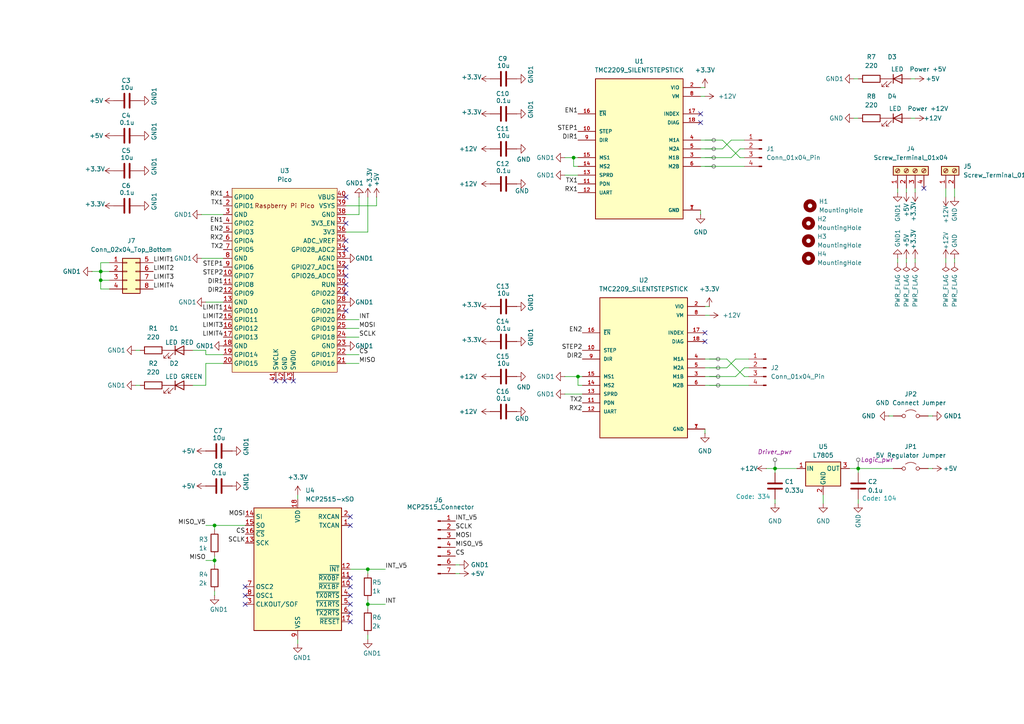
<source format=kicad_sch>
(kicad_sch
	(version 20231120)
	(generator "eeschema")
	(generator_version "8.0")
	(uuid "90dced96-5d07-4d57-bb67-2235982cd548")
	(paper "A4")
	(title_block
		(title "Motor Driver Breakout v2")
		(date "2024-09-10")
		(rev "v0.2")
		(comment 1 "(Produced)")
		(comment 3 "Technology: THT")
		(comment 4 "Author: AlexanderHD27")
	)
	
	(junction
		(at 62.23 162.56)
		(diameter 0)
		(color 0 0 0 0)
		(uuid "15829f3b-5527-4ed3-aaab-1a40187aa84e")
	)
	(junction
		(at 106.68 165.1)
		(diameter 0)
		(color 0 0 0 0)
		(uuid "17e35a04-f012-4873-9b23-4fd2ba05d8a9")
	)
	(junction
		(at 29.21 81.28)
		(diameter 0)
		(color 0 0 0 0)
		(uuid "3f06b26f-e006-46fc-a5f9-b49616a87907")
	)
	(junction
		(at 224.79 135.89)
		(diameter 0)
		(color 0 0 0 0)
		(uuid "3f466fcf-8c63-4784-a82e-b8c72dbf6ef2")
	)
	(junction
		(at 106.68 175.26)
		(diameter 0)
		(color 0 0 0 0)
		(uuid "456fbb8c-cf9b-4fe2-968b-ee8f15d83766")
	)
	(junction
		(at 166.37 45.72)
		(diameter 0)
		(color 0 0 0 0)
		(uuid "4e519f82-83d6-4c11-8d8f-80c94daf5d79")
	)
	(junction
		(at 248.92 135.89)
		(diameter 0)
		(color 0 0 0 0)
		(uuid "a499c5f1-c516-49d3-8df5-655c5b902684")
	)
	(junction
		(at 167.64 109.22)
		(diameter 0)
		(color 0 0 0 0)
		(uuid "cd940cc8-2073-42bb-9455-0a501d397824")
	)
	(junction
		(at 29.21 78.74)
		(diameter 0)
		(color 0 0 0 0)
		(uuid "d81c6516-d57b-466c-a2b5-eda0417c7ffc")
	)
	(junction
		(at 62.23 152.4)
		(diameter 0)
		(color 0 0 0 0)
		(uuid "ec71427f-cc00-4457-a738-b336729115a5")
	)
	(no_connect
		(at 101.6 167.64)
		(uuid "034f2939-4ff2-4b0f-885b-e36e9c143e09")
	)
	(no_connect
		(at 101.6 180.34)
		(uuid "12528b49-c331-4a31-b509-3d56956ab2fc")
	)
	(no_connect
		(at 100.33 85.09)
		(uuid "1fa4ecf4-f795-42d4-b0e8-c1599c1ae97b")
	)
	(no_connect
		(at 101.6 175.26)
		(uuid "2c461004-0b26-4817-8f86-1e14c87b8f5c")
	)
	(no_connect
		(at 203.2 35.56)
		(uuid "2d88fac3-e5aa-44e4-9afc-efcf8076961a")
	)
	(no_connect
		(at 100.33 77.47)
		(uuid "2ffed17a-6347-4558-b8fb-792d374cc089")
	)
	(no_connect
		(at 100.33 82.55)
		(uuid "47b1b48a-ce4b-48e6-95b8-b1ccc5450b7d")
	)
	(no_connect
		(at 85.09 110.49)
		(uuid "50f6920a-b7db-4b54-8607-a47196513617")
	)
	(no_connect
		(at 100.33 90.17)
		(uuid "5282f48b-3403-4fea-be54-481c5cf4fe3c")
	)
	(no_connect
		(at 80.01 110.49)
		(uuid "68a4eb91-9338-4602-8b66-bb5ca19635f2")
	)
	(no_connect
		(at 100.33 69.85)
		(uuid "76ae335e-a553-43ce-88a1-74993cf40ff4")
	)
	(no_connect
		(at 101.6 172.72)
		(uuid "7a93d0f5-eeb5-464e-867a-2f144276d2d8")
	)
	(no_connect
		(at 101.6 149.86)
		(uuid "7aab7ae3-2871-4d55-a91b-3e3ea1be564d")
	)
	(no_connect
		(at 204.47 96.52)
		(uuid "7dca21d0-9ee2-4402-b42d-4b073680e098")
	)
	(no_connect
		(at 71.12 170.18)
		(uuid "7df032cf-7d74-4cba-9311-b57f07b83085")
	)
	(no_connect
		(at 71.12 175.26)
		(uuid "84267940-c560-4995-9b4f-e470b89c9bf5")
	)
	(no_connect
		(at 82.55 110.49)
		(uuid "93004c67-ca2a-4deb-8f53-bd06ca300d6c")
	)
	(no_connect
		(at 203.2 33.02)
		(uuid "968164f6-a7d2-4973-8078-f81228999e70")
	)
	(no_connect
		(at 100.33 64.77)
		(uuid "96f1504f-29b7-4e0f-a654-a5cb6115dbfc")
	)
	(no_connect
		(at 101.6 152.4)
		(uuid "a42cce64-de70-4334-a968-17f7c9023f89")
	)
	(no_connect
		(at 267.97 54.61)
		(uuid "a62da8d0-152c-4ced-8677-3aba2a7b92b7")
	)
	(no_connect
		(at 204.47 99.06)
		(uuid "bcfb58fa-5a4a-4574-a51c-2bb68231a0a6")
	)
	(no_connect
		(at 101.6 177.8)
		(uuid "d4ee051a-66ad-40f4-8404-3ce6683116cb")
	)
	(no_connect
		(at 100.33 57.15)
		(uuid "d65ed413-8058-40ef-a188-0e2303ff5bdb")
	)
	(no_connect
		(at 71.12 172.72)
		(uuid "db483ea2-33ff-450a-8ced-f5c77fff50e6")
	)
	(no_connect
		(at 100.33 72.39)
		(uuid "e9c7df25-eb84-490d-bc8c-a95153fce027")
	)
	(no_connect
		(at 101.6 170.18)
		(uuid "ef1a8b23-6703-4c94-804b-3d2fe40e977e")
	)
	(no_connect
		(at 100.33 80.01)
		(uuid "fdbc41b7-c5d3-4e33-9655-c9547e9dd69f")
	)
	(wire
		(pts
			(xy 29.21 76.2) (xy 29.21 78.74)
		)
		(stroke
			(width 0)
			(type default)
		)
		(uuid "009c6fb9-7761-47ac-a417-bcb4762d4975")
	)
	(wire
		(pts
			(xy 106.68 185.42) (xy 106.68 184.15)
		)
		(stroke
			(width 0)
			(type default)
		)
		(uuid "05cadede-f226-4782-ae45-bd0fd9b2d2f9")
	)
	(wire
		(pts
			(xy 64.77 102.87) (xy 59.69 102.87)
		)
		(stroke
			(width 0)
			(type default)
		)
		(uuid "05f3a840-e4de-4e7f-a266-df2330c97fd0")
	)
	(wire
		(pts
			(xy 59.69 162.56) (xy 62.23 162.56)
		)
		(stroke
			(width 0)
			(type default)
		)
		(uuid "06de259b-8e4d-4aa4-8638-2110bc27f523")
	)
	(wire
		(pts
			(xy 209.55 43.18) (xy 212.09 40.64)
		)
		(stroke
			(width 0)
			(type default)
		)
		(uuid "06e87e52-bea7-48f0-b717-cc34072bea7a")
	)
	(wire
		(pts
			(xy 59.69 111.76) (xy 59.69 105.41)
		)
		(stroke
			(width 0)
			(type default)
		)
		(uuid "074d874a-14c1-4cd7-8582-8bd5900b15d4")
	)
	(wire
		(pts
			(xy 58.42 74.93) (xy 64.77 74.93)
		)
		(stroke
			(width 0)
			(type default)
		)
		(uuid "0790aecc-fca8-48fa-bf42-1089f9c5282d")
	)
	(wire
		(pts
			(xy 265.43 34.29) (xy 264.16 34.29)
		)
		(stroke
			(width 0)
			(type default)
		)
		(uuid "0d6fa5b5-4284-4868-afaf-6c924f9c7b8e")
	)
	(wire
		(pts
			(xy 204.47 109.22) (xy 213.36 109.22)
		)
		(stroke
			(width 0)
			(type default)
		)
		(uuid "0ee8b6e8-c425-4554-8b03-499b7b48bb8b")
	)
	(wire
		(pts
			(xy 39.37 101.6) (xy 40.64 101.6)
		)
		(stroke
			(width 0)
			(type default)
		)
		(uuid "11f91f56-f3d9-45e5-abfa-79af02cd5584")
	)
	(wire
		(pts
			(xy 265.43 54.61) (xy 265.43 55.88)
		)
		(stroke
			(width 0)
			(type default)
		)
		(uuid "122777ad-b8e1-4a56-9466-1b93b8f0e94d")
	)
	(wire
		(pts
			(xy 62.23 162.56) (xy 62.23 163.83)
		)
		(stroke
			(width 0)
			(type default)
		)
		(uuid "130d85ba-90d4-4e3c-9f37-429231ecbbc0")
	)
	(wire
		(pts
			(xy 222.25 135.89) (xy 224.79 135.89)
		)
		(stroke
			(width 0)
			(type default)
		)
		(uuid "146e6bbe-3b75-444d-a508-67c6439d80fe")
	)
	(wire
		(pts
			(xy 29.21 81.28) (xy 31.75 81.28)
		)
		(stroke
			(width 0)
			(type default)
		)
		(uuid "172481bf-52aa-4cc8-ab0f-85efeb25b584")
	)
	(wire
		(pts
			(xy 209.55 40.64) (xy 214.63 45.72)
		)
		(stroke
			(width 0)
			(type default)
		)
		(uuid "1a7bb483-26be-4416-aec2-fe502a86c9b9")
	)
	(wire
		(pts
			(xy 214.63 43.18) (xy 215.9 43.18)
		)
		(stroke
			(width 0)
			(type default)
		)
		(uuid "1ead7968-cf0e-46a6-bd56-79b4cafda081")
	)
	(wire
		(pts
			(xy 203.2 45.72) (xy 212.09 45.72)
		)
		(stroke
			(width 0)
			(type default)
		)
		(uuid "22cb8ff2-47a7-462a-8211-75889a6c9397")
	)
	(wire
		(pts
			(xy 231.14 135.89) (xy 224.79 135.89)
		)
		(stroke
			(width 0)
			(type default)
		)
		(uuid "261dea29-ab61-40f4-ac77-c3acd4a0d051")
	)
	(wire
		(pts
			(xy 214.63 45.72) (xy 215.9 45.72)
		)
		(stroke
			(width 0)
			(type default)
		)
		(uuid "2d2ea7f7-b3e3-48da-936b-7d0c4df5523b")
	)
	(wire
		(pts
			(xy 265.43 22.86) (xy 264.16 22.86)
		)
		(stroke
			(width 0)
			(type default)
		)
		(uuid "2db1c7e5-4829-4c92-b103-c6d8421ad5b8")
	)
	(wire
		(pts
			(xy 205.74 91.44) (xy 204.47 91.44)
		)
		(stroke
			(width 0)
			(type default)
		)
		(uuid "2e502f4c-f8ab-4a34-9d74-f1722700f0bf")
	)
	(wire
		(pts
			(xy 106.68 67.31) (xy 100.33 67.31)
		)
		(stroke
			(width 0)
			(type default)
		)
		(uuid "336e7e0b-beb9-446c-8794-bc060c8d6305")
	)
	(wire
		(pts
			(xy 265.43 76.2) (xy 265.43 74.93)
		)
		(stroke
			(width 0)
			(type default)
		)
		(uuid "39a855ce-58cb-46f7-8a5d-e8d3a432a885")
	)
	(wire
		(pts
			(xy 106.68 175.26) (xy 111.76 175.26)
		)
		(stroke
			(width 0)
			(type default)
		)
		(uuid "3b1611b7-9b51-4356-b99e-e21d23a5529f")
	)
	(wire
		(pts
			(xy 213.36 104.14) (xy 217.17 104.14)
		)
		(stroke
			(width 0)
			(type default)
		)
		(uuid "3b23a141-d5d3-447f-8f1e-0d02e41fd70c")
	)
	(wire
		(pts
			(xy 29.21 81.28) (xy 29.21 83.82)
		)
		(stroke
			(width 0)
			(type default)
		)
		(uuid "3bd5557c-7248-432a-9a52-a3b54d765c72")
	)
	(wire
		(pts
			(xy 167.64 111.76) (xy 168.91 111.76)
		)
		(stroke
			(width 0)
			(type default)
		)
		(uuid "3fe021c6-7e2e-4641-a68f-d5bcbe4b8fd9")
	)
	(wire
		(pts
			(xy 203.2 62.23) (xy 203.2 60.96)
		)
		(stroke
			(width 0)
			(type default)
		)
		(uuid "3fe30b5f-d39d-4e74-acdb-f886f12cc194")
	)
	(wire
		(pts
			(xy 262.89 76.2) (xy 262.89 74.93)
		)
		(stroke
			(width 0)
			(type default)
		)
		(uuid "4285098d-0475-4eb8-9cdd-348aa931c724")
	)
	(wire
		(pts
			(xy 106.68 165.1) (xy 106.68 166.37)
		)
		(stroke
			(width 0)
			(type default)
		)
		(uuid "429174b9-7ed1-4509-baa7-679b7771c646")
	)
	(wire
		(pts
			(xy 31.75 76.2) (xy 29.21 76.2)
		)
		(stroke
			(width 0)
			(type default)
		)
		(uuid "4775dcbf-bd36-4456-aaec-00aee95b1a88")
	)
	(wire
		(pts
			(xy 247.65 22.86) (xy 248.92 22.86)
		)
		(stroke
			(width 0)
			(type default)
		)
		(uuid "49e804eb-3518-4b54-a79a-758b852f5cd1")
	)
	(wire
		(pts
			(xy 100.33 92.71) (xy 104.14 92.71)
		)
		(stroke
			(width 0)
			(type default)
		)
		(uuid "4aa9de11-92cc-4e29-9db5-a36ec184c785")
	)
	(wire
		(pts
			(xy 213.36 109.22) (xy 215.9 106.68)
		)
		(stroke
			(width 0)
			(type default)
		)
		(uuid "4ce963fc-b2f2-4b37-9180-d27207b87dc1")
	)
	(wire
		(pts
			(xy 248.92 135.89) (xy 248.92 137.16)
		)
		(stroke
			(width 0)
			(type default)
		)
		(uuid "4ec75e80-2776-4643-834a-fc1ad2b7f829")
	)
	(wire
		(pts
			(xy 238.76 146.05) (xy 238.76 143.51)
		)
		(stroke
			(width 0)
			(type default)
		)
		(uuid "5365fdaf-6130-4786-8282-436ee9bf8c9e")
	)
	(wire
		(pts
			(xy 262.89 54.61) (xy 262.89 55.88)
		)
		(stroke
			(width 0)
			(type default)
		)
		(uuid "53b1a66e-1158-44f6-b266-e0d8da7b3ac4")
	)
	(wire
		(pts
			(xy 204.47 106.68) (xy 210.82 106.68)
		)
		(stroke
			(width 0)
			(type default)
		)
		(uuid "54dd8cf9-aee0-42ff-b363-2185279b4782")
	)
	(wire
		(pts
			(xy 205.74 88.9) (xy 204.47 88.9)
		)
		(stroke
			(width 0)
			(type default)
		)
		(uuid "54e3aba6-bc77-4327-aab2-4bad9d0b0633")
	)
	(wire
		(pts
			(xy 163.83 50.8) (xy 167.64 50.8)
		)
		(stroke
			(width 0)
			(type default)
		)
		(uuid "555be991-223c-4173-8f4c-d8284bc78e29")
	)
	(wire
		(pts
			(xy 166.37 45.72) (xy 167.64 45.72)
		)
		(stroke
			(width 0)
			(type default)
		)
		(uuid "5696f602-a676-4440-a78c-c8d0c9827ed1")
	)
	(wire
		(pts
			(xy 215.9 106.68) (xy 217.17 106.68)
		)
		(stroke
			(width 0)
			(type default)
		)
		(uuid "58681714-2995-42ae-902d-793f849d0173")
	)
	(wire
		(pts
			(xy 204.47 125.73) (xy 204.47 124.46)
		)
		(stroke
			(width 0)
			(type default)
		)
		(uuid "5ba688fe-332e-46ed-a1ac-b74466439579")
	)
	(wire
		(pts
			(xy 167.64 109.22) (xy 167.64 111.76)
		)
		(stroke
			(width 0)
			(type default)
		)
		(uuid "5f5cc69e-ec49-43f7-9eeb-e26f5904bd23")
	)
	(wire
		(pts
			(xy 106.68 165.1) (xy 111.76 165.1)
		)
		(stroke
			(width 0)
			(type default)
		)
		(uuid "65c003ea-1ef2-44c7-bf2d-969a36596d0d")
	)
	(wire
		(pts
			(xy 212.09 40.64) (xy 215.9 40.64)
		)
		(stroke
			(width 0)
			(type default)
		)
		(uuid "6adb4fad-3abf-48b0-9c27-b16fc7a363ea")
	)
	(wire
		(pts
			(xy 259.08 135.89) (xy 248.92 135.89)
		)
		(stroke
			(width 0)
			(type default)
		)
		(uuid "6c0b3567-c637-435c-be86-2ee3632a70f0")
	)
	(wire
		(pts
			(xy 260.35 76.2) (xy 260.35 74.93)
		)
		(stroke
			(width 0)
			(type default)
		)
		(uuid "6c18cf9d-5bf9-4198-94e0-08561a40b7a1")
	)
	(wire
		(pts
			(xy 106.68 175.26) (xy 106.68 176.53)
		)
		(stroke
			(width 0)
			(type default)
		)
		(uuid "6e83342a-3042-4fc0-9440-d1fe54542f1b")
	)
	(wire
		(pts
			(xy 133.35 166.37) (xy 132.08 166.37)
		)
		(stroke
			(width 0)
			(type default)
		)
		(uuid "6eca8924-0cf1-439f-ac84-33290ad86156")
	)
	(wire
		(pts
			(xy 270.51 120.65) (xy 269.24 120.65)
		)
		(stroke
			(width 0)
			(type default)
		)
		(uuid "7213be12-63c0-45ef-8573-5ca9d8138451")
	)
	(wire
		(pts
			(xy 257.81 120.65) (xy 259.08 120.65)
		)
		(stroke
			(width 0)
			(type default)
		)
		(uuid "72b71df4-9ef9-474f-8946-9b478c0600a6")
	)
	(wire
		(pts
			(xy 163.83 109.22) (xy 167.64 109.22)
		)
		(stroke
			(width 0)
			(type default)
		)
		(uuid "73bb8cf9-1e74-4d32-9c32-b4b481e7d9e7")
	)
	(wire
		(pts
			(xy 104.14 62.23) (xy 100.33 62.23)
		)
		(stroke
			(width 0)
			(type default)
		)
		(uuid "764ac0c5-3b3d-441e-8192-86d8a7876c96")
	)
	(wire
		(pts
			(xy 59.69 105.41) (xy 64.77 105.41)
		)
		(stroke
			(width 0)
			(type default)
		)
		(uuid "7a6a1120-4023-428e-a3a7-7e7351a7e40b")
	)
	(wire
		(pts
			(xy 260.35 54.61) (xy 260.35 55.88)
		)
		(stroke
			(width 0)
			(type default)
		)
		(uuid "7ec4805f-2183-498c-a16d-5d923d863f8d")
	)
	(wire
		(pts
			(xy 71.12 152.4) (xy 62.23 152.4)
		)
		(stroke
			(width 0)
			(type default)
		)
		(uuid "7fba0cb6-1849-4aae-814f-8970451e390e")
	)
	(wire
		(pts
			(xy 274.32 54.61) (xy 274.32 57.15)
		)
		(stroke
			(width 0)
			(type default)
		)
		(uuid "8242ed4f-b91a-40ac-b568-b7cd9b5d9712")
	)
	(wire
		(pts
			(xy 246.38 135.89) (xy 248.92 135.89)
		)
		(stroke
			(width 0)
			(type default)
		)
		(uuid "869e7315-07dd-4cdc-b42c-368f51e902eb")
	)
	(wire
		(pts
			(xy 39.37 111.76) (xy 40.64 111.76)
		)
		(stroke
			(width 0)
			(type default)
		)
		(uuid "8ca88cd4-2e80-4daa-a90c-3ed79856cc20")
	)
	(wire
		(pts
			(xy 55.88 111.76) (xy 59.69 111.76)
		)
		(stroke
			(width 0)
			(type default)
		)
		(uuid "8cc5cbf3-a83a-47ac-962e-658400554088")
	)
	(wire
		(pts
			(xy 163.83 45.72) (xy 166.37 45.72)
		)
		(stroke
			(width 0)
			(type default)
		)
		(uuid "90498bee-f079-4c0d-8156-5e4f9f3428c2")
	)
	(wire
		(pts
			(xy 26.67 78.74) (xy 29.21 78.74)
		)
		(stroke
			(width 0)
			(type default)
		)
		(uuid "9b00d196-d880-42da-8e71-c30a02109d3b")
	)
	(wire
		(pts
			(xy 106.68 57.15) (xy 106.68 67.31)
		)
		(stroke
			(width 0)
			(type default)
		)
		(uuid "9de6e157-646f-46d6-aec7-5ad9f1043a35")
	)
	(wire
		(pts
			(xy 204.47 27.94) (xy 203.2 27.94)
		)
		(stroke
			(width 0)
			(type default)
		)
		(uuid "a1d1c4f3-24e4-4d40-b06d-5feb6bda70eb")
	)
	(wire
		(pts
			(xy 59.69 87.63) (xy 64.77 87.63)
		)
		(stroke
			(width 0)
			(type default)
		)
		(uuid "a25c72d2-c9e8-43bd-a667-327d33768946")
	)
	(wire
		(pts
			(xy 203.2 48.26) (xy 215.9 48.26)
		)
		(stroke
			(width 0)
			(type default)
		)
		(uuid "a2af804d-b0c3-4bfb-ac4a-713c334aa448")
	)
	(wire
		(pts
			(xy 86.36 143.51) (xy 86.36 144.78)
		)
		(stroke
			(width 0)
			(type default)
		)
		(uuid "a4213d17-1dd9-44b3-8d60-1d58a728e4ee")
	)
	(wire
		(pts
			(xy 29.21 78.74) (xy 31.75 78.74)
		)
		(stroke
			(width 0)
			(type default)
		)
		(uuid "a598e6eb-1dbf-4e36-b1be-ebeb009ff1bd")
	)
	(wire
		(pts
			(xy 167.64 109.22) (xy 168.91 109.22)
		)
		(stroke
			(width 0)
			(type default)
		)
		(uuid "a98d3a86-9b09-4183-a51f-48f0fa3e0d4a")
	)
	(wire
		(pts
			(xy 224.79 135.89) (xy 224.79 137.16)
		)
		(stroke
			(width 0)
			(type default)
		)
		(uuid "aab0b619-8322-4b77-b376-d504e4a34fae")
	)
	(wire
		(pts
			(xy 100.33 105.41) (xy 104.14 105.41)
		)
		(stroke
			(width 0)
			(type default)
		)
		(uuid "acdf96d5-9622-43d2-8c8e-2451e4403028")
	)
	(wire
		(pts
			(xy 163.83 114.3) (xy 168.91 114.3)
		)
		(stroke
			(width 0)
			(type default)
		)
		(uuid "ada4baa1-9a06-4d66-81b3-e7e82276a5e7")
	)
	(wire
		(pts
			(xy 100.33 59.69) (xy 109.22 59.69)
		)
		(stroke
			(width 0)
			(type default)
		)
		(uuid "af39f8b6-0ea9-402d-90cc-2ff4d966d083")
	)
	(wire
		(pts
			(xy 109.22 57.15) (xy 109.22 59.69)
		)
		(stroke
			(width 0)
			(type default)
		)
		(uuid "aff909fd-138a-4ba7-84b9-ba16f8bb5f70")
	)
	(wire
		(pts
			(xy 204.47 25.4) (xy 203.2 25.4)
		)
		(stroke
			(width 0)
			(type default)
		)
		(uuid "b100018a-8c04-485d-810b-8c850029e82f")
	)
	(wire
		(pts
			(xy 214.63 43.18) (xy 212.09 45.72)
		)
		(stroke
			(width 0)
			(type default)
		)
		(uuid "b6f196f2-1f12-47cf-9e18-c148e8482dfb")
	)
	(wire
		(pts
			(xy 58.42 62.23) (xy 64.77 62.23)
		)
		(stroke
			(width 0)
			(type default)
		)
		(uuid "b7889175-967b-4df8-82a3-ac1c1de7d47b")
	)
	(wire
		(pts
			(xy 100.33 97.79) (xy 104.14 97.79)
		)
		(stroke
			(width 0)
			(type default)
		)
		(uuid "b92be325-5225-431e-8350-c5d92e6426af")
	)
	(wire
		(pts
			(xy 104.14 57.15) (xy 104.14 62.23)
		)
		(stroke
			(width 0)
			(type default)
		)
		(uuid "b934969c-c4a1-4ea3-b22d-87b27f5732e7")
	)
	(wire
		(pts
			(xy 215.9 109.22) (xy 217.17 109.22)
		)
		(stroke
			(width 0)
			(type default)
		)
		(uuid "bb1bb44d-8bd1-4642-acf2-85ede05b483e")
	)
	(wire
		(pts
			(xy 203.2 43.18) (xy 209.55 43.18)
		)
		(stroke
			(width 0)
			(type default)
		)
		(uuid "c02b2746-e3bc-4de3-b2c9-9552aacbef06")
	)
	(wire
		(pts
			(xy 29.21 78.74) (xy 29.21 81.28)
		)
		(stroke
			(width 0)
			(type default)
		)
		(uuid "c7b91f5f-a9f1-4359-8d3b-5c7567117f06")
	)
	(wire
		(pts
			(xy 210.82 106.68) (xy 213.36 104.14)
		)
		(stroke
			(width 0)
			(type default)
		)
		(uuid "c9933cea-fc0d-48b7-a13c-57ce14174f72")
	)
	(wire
		(pts
			(xy 247.65 34.29) (xy 248.92 34.29)
		)
		(stroke
			(width 0)
			(type default)
		)
		(uuid "cd7dbda4-aeb7-473c-9965-58f0645875b0")
	)
	(wire
		(pts
			(xy 248.92 144.78) (xy 248.92 146.05)
		)
		(stroke
			(width 0)
			(type default)
		)
		(uuid "cf4510d7-d321-41d0-ab55-29055a6455b2")
	)
	(wire
		(pts
			(xy 224.79 144.78) (xy 224.79 146.05)
		)
		(stroke
			(width 0)
			(type default)
		)
		(uuid "cf52e88f-61a6-47fb-8426-cce393b79c1d")
	)
	(wire
		(pts
			(xy 59.69 152.4) (xy 62.23 152.4)
		)
		(stroke
			(width 0)
			(type default)
		)
		(uuid "d0a561bc-7cd9-4af8-b46f-f9a4c0cbe971")
	)
	(wire
		(pts
			(xy 203.2 40.64) (xy 209.55 40.64)
		)
		(stroke
			(width 0)
			(type default)
		)
		(uuid "d3a61286-244d-4394-857a-0bd55eac0b60")
	)
	(wire
		(pts
			(xy 204.47 111.76) (xy 217.17 111.76)
		)
		(stroke
			(width 0)
			(type default)
		)
		(uuid "d3aa9fe2-8b18-4139-ac59-3129081877d2")
	)
	(wire
		(pts
			(xy 101.6 165.1) (xy 106.68 165.1)
		)
		(stroke
			(width 0)
			(type default)
		)
		(uuid "d46cfaac-f38b-463c-b7d9-945df96e8640")
	)
	(wire
		(pts
			(xy 210.82 104.14) (xy 215.9 109.22)
		)
		(stroke
			(width 0)
			(type default)
		)
		(uuid "d746cb1c-1894-499f-9ee4-4f8d384b4d80")
	)
	(wire
		(pts
			(xy 106.68 173.99) (xy 106.68 175.26)
		)
		(stroke
			(width 0)
			(type default)
		)
		(uuid "dcdf142d-4d4e-4bd9-9876-874551aa5636")
	)
	(wire
		(pts
			(xy 62.23 161.29) (xy 62.23 162.56)
		)
		(stroke
			(width 0)
			(type default)
		)
		(uuid "de69a77a-f39b-45f3-ad08-07eedc5a56b0")
	)
	(wire
		(pts
			(xy 55.88 101.6) (xy 59.69 101.6)
		)
		(stroke
			(width 0)
			(type default)
		)
		(uuid "e128fa68-7387-4a7f-8ffd-c0b07ef99f98")
	)
	(wire
		(pts
			(xy 62.23 152.4) (xy 62.23 153.67)
		)
		(stroke
			(width 0)
			(type default)
		)
		(uuid "e4a58fc5-810e-4b8c-99a9-16d2d12415b9")
	)
	(wire
		(pts
			(xy 133.35 163.83) (xy 132.08 163.83)
		)
		(stroke
			(width 0)
			(type default)
		)
		(uuid "e4dd2552-c379-4be5-a307-3a73acc7ae5f")
	)
	(wire
		(pts
			(xy 270.51 135.89) (xy 269.24 135.89)
		)
		(stroke
			(width 0)
			(type default)
		)
		(uuid "e82d5688-924c-43ee-a8dd-1355be56682f")
	)
	(wire
		(pts
			(xy 276.86 76.2) (xy 276.86 74.93)
		)
		(stroke
			(width 0)
			(type default)
		)
		(uuid "e8a226e5-079d-485d-8279-4869152a7736")
	)
	(wire
		(pts
			(xy 100.33 95.25) (xy 104.14 95.25)
		)
		(stroke
			(width 0)
			(type default)
		)
		(uuid "ea800045-404e-439e-912b-f29fa31e3ed1")
	)
	(wire
		(pts
			(xy 100.33 102.87) (xy 104.14 102.87)
		)
		(stroke
			(width 0)
			(type default)
		)
		(uuid "f350f795-937f-4273-a1d1-a1bc6fc424b9")
	)
	(wire
		(pts
			(xy 276.86 54.61) (xy 276.86 57.15)
		)
		(stroke
			(width 0)
			(type default)
		)
		(uuid "f550c432-2aab-4c87-91be-7e151133c13b")
	)
	(wire
		(pts
			(xy 274.32 76.2) (xy 274.32 74.93)
		)
		(stroke
			(width 0)
			(type default)
		)
		(uuid "f68599f0-0f28-4849-9912-baa43f1145d2")
	)
	(wire
		(pts
			(xy 62.23 172.72) (xy 62.23 171.45)
		)
		(stroke
			(width 0)
			(type default)
		)
		(uuid "f6d98fd7-d484-4978-ba0a-a3e93a638296")
	)
	(wire
		(pts
			(xy 166.37 48.26) (xy 167.64 48.26)
		)
		(stroke
			(width 0)
			(type default)
		)
		(uuid "f7916cae-24d2-4686-bff7-4e0e37410061")
	)
	(wire
		(pts
			(xy 29.21 83.82) (xy 31.75 83.82)
		)
		(stroke
			(width 0)
			(type default)
		)
		(uuid "f7d7fb66-43ba-4eca-a695-7b38adc2b909")
	)
	(wire
		(pts
			(xy 166.37 45.72) (xy 166.37 48.26)
		)
		(stroke
			(width 0)
			(type default)
		)
		(uuid "f81a0d47-48b9-4e76-8741-f5b995ed2a09")
	)
	(wire
		(pts
			(xy 204.47 104.14) (xy 210.82 104.14)
		)
		(stroke
			(width 0)
			(type default)
		)
		(uuid "fb1b840f-3807-4109-8ee7-bf0b6f4bfd06")
	)
	(wire
		(pts
			(xy 86.36 186.69) (xy 86.36 185.42)
		)
		(stroke
			(width 0)
			(type default)
		)
		(uuid "fbd276ec-fe4d-4097-a5b9-eb621a5d54dd")
	)
	(wire
		(pts
			(xy 59.69 102.87) (xy 59.69 101.6)
		)
		(stroke
			(width 0)
			(type default)
		)
		(uuid "ffe99054-04e3-49c1-a06d-29b9b8cef864")
	)
	(text "Code: 334"
		(exclude_from_sim no)
		(at 218.44 144.272 0)
		(effects
			(font
				(size 1.27 1.27)
				(color 0 132 132 1)
			)
		)
		(uuid "5cb8e02e-4e15-4a5d-bbda-fdcb126b6630")
	)
	(text "Code: 104"
		(exclude_from_sim no)
		(at 255.016 144.78 0)
		(effects
			(font
				(size 1.27 1.27)
				(color 0 132 132 1)
			)
		)
		(uuid "de1687da-16f1-4c9f-93bc-d5670978de35")
	)
	(label "STEP1"
		(at 64.77 77.47 180)
		(fields_autoplaced yes)
		(effects
			(font
				(size 1.27 1.27)
			)
			(justify right bottom)
		)
		(uuid "08023d24-d0ed-4037-8955-f139de0acb4d")
	)
	(label "STEP2"
		(at 168.91 101.6 180)
		(fields_autoplaced yes)
		(effects
			(font
				(size 1.27 1.27)
			)
			(justify right bottom)
		)
		(uuid "0c001449-9f9b-4532-9222-07f3a2e21197")
	)
	(label "EN2"
		(at 64.77 67.31 180)
		(fields_autoplaced yes)
		(effects
			(font
				(size 1.27 1.27)
			)
			(justify right bottom)
		)
		(uuid "0f1c07d8-d24b-41ef-873b-a0a8aae7ec4e")
	)
	(label "DIR2"
		(at 64.77 85.09 180)
		(fields_autoplaced yes)
		(effects
			(font
				(size 1.27 1.27)
			)
			(justify right bottom)
		)
		(uuid "108ec430-6f89-4393-9344-c318fae7440c")
	)
	(label "INT_V5"
		(at 111.76 165.1 0)
		(fields_autoplaced yes)
		(effects
			(font
				(size 1.27 1.27)
			)
			(justify left bottom)
		)
		(uuid "145a5396-4639-4a85-8f90-81b1d40570c0")
	)
	(label "LIMIT1"
		(at 64.77 90.17 180)
		(fields_autoplaced yes)
		(effects
			(font
				(size 1.27 1.27)
			)
			(justify right bottom)
		)
		(uuid "1cf017a4-52f2-47ce-8cad-31a46028dfaf")
	)
	(label "STEP1"
		(at 167.64 38.1 180)
		(fields_autoplaced yes)
		(effects
			(font
				(size 1.27 1.27)
			)
			(justify right bottom)
		)
		(uuid "2074eb8f-74da-4be6-913c-c875a9340c6c")
	)
	(label "MOSI"
		(at 132.08 156.21 0)
		(fields_autoplaced yes)
		(effects
			(font
				(size 1.27 1.27)
			)
			(justify left bottom)
		)
		(uuid "276925a5-563d-41c2-bfca-8b19f67fe74a")
	)
	(label "MISO"
		(at 59.69 162.56 180)
		(fields_autoplaced yes)
		(effects
			(font
				(size 1.27 1.27)
			)
			(justify right bottom)
		)
		(uuid "2bb40536-3f6d-4fa5-913f-c968633c3170")
	)
	(label "SCLK"
		(at 132.08 153.67 0)
		(fields_autoplaced yes)
		(effects
			(font
				(size 1.27 1.27)
			)
			(justify left bottom)
		)
		(uuid "302a0b0a-191c-4fa7-a481-9974e0b0d237")
	)
	(label "LIMIT3"
		(at 64.77 95.25 180)
		(fields_autoplaced yes)
		(effects
			(font
				(size 1.27 1.27)
			)
			(justify right bottom)
		)
		(uuid "3623a3a4-3edd-429b-98b3-2d68725f64a3")
	)
	(label "INT_V5"
		(at 132.08 151.13 0)
		(fields_autoplaced yes)
		(effects
			(font
				(size 1.27 1.27)
			)
			(justify left bottom)
		)
		(uuid "4fbf03f4-8fbf-4183-a7dc-c810ed158aec")
	)
	(label "RX2"
		(at 168.91 119.38 180)
		(fields_autoplaced yes)
		(effects
			(font
				(size 1.27 1.27)
			)
			(justify right bottom)
		)
		(uuid "513261a8-c823-431c-a162-460bc63743db")
	)
	(label "MISO_V5"
		(at 132.08 158.75 0)
		(fields_autoplaced yes)
		(effects
			(font
				(size 1.27 1.27)
			)
			(justify left bottom)
		)
		(uuid "538849f9-3408-4b14-b396-b1d5dd88c95c")
	)
	(label "TX1"
		(at 167.64 53.34 180)
		(fields_autoplaced yes)
		(effects
			(font
				(size 1.27 1.27)
			)
			(justify right bottom)
		)
		(uuid "557c0d51-9816-4ea9-b5af-24f8e7d4ed95")
	)
	(label "LIMIT2"
		(at 44.45 78.74 0)
		(fields_autoplaced yes)
		(effects
			(font
				(size 1.27 1.27)
			)
			(justify left bottom)
		)
		(uuid "5640b0a9-07ce-4125-89ee-59cba921ad1d")
	)
	(label "MOSI"
		(at 104.14 95.25 0)
		(fields_autoplaced yes)
		(effects
			(font
				(size 1.27 1.27)
			)
			(justify left bottom)
		)
		(uuid "5c3e9397-9e3b-4ed1-88c1-b4b30602c18d")
	)
	(label "EN2"
		(at 168.91 96.52 180)
		(fields_autoplaced yes)
		(effects
			(font
				(size 1.27 1.27)
			)
			(justify right bottom)
		)
		(uuid "68d8988b-96e4-4dbd-a6f4-c2324e96f432")
	)
	(label "TX1"
		(at 64.77 59.69 180)
		(fields_autoplaced yes)
		(effects
			(font
				(size 1.27 1.27)
			)
			(justify right bottom)
		)
		(uuid "75eed93a-69ec-4762-87f7-67ca7494fdd5")
	)
	(label "CS"
		(at 132.08 161.29 0)
		(fields_autoplaced yes)
		(effects
			(font
				(size 1.27 1.27)
			)
			(justify left bottom)
		)
		(uuid "76d5245f-63ec-475a-8e79-77c134ad9ca5")
	)
	(label "RX1"
		(at 167.64 55.88 180)
		(fields_autoplaced yes)
		(effects
			(font
				(size 1.27 1.27)
			)
			(justify right bottom)
		)
		(uuid "7914704f-6a54-4012-881d-dd8fbe87fcb1")
	)
	(label "TX2"
		(at 168.91 116.84 180)
		(fields_autoplaced yes)
		(effects
			(font
				(size 1.27 1.27)
			)
			(justify right bottom)
		)
		(uuid "8d99e50a-7fd3-40d6-aa6f-5c62a069b682")
	)
	(label "MISO_V5"
		(at 59.69 152.4 180)
		(fields_autoplaced yes)
		(effects
			(font
				(size 1.27 1.27)
			)
			(justify right bottom)
		)
		(uuid "8dffe86c-d625-41fe-9dde-f2d84a555526")
	)
	(label "STEP2"
		(at 64.77 80.01 180)
		(fields_autoplaced yes)
		(effects
			(font
				(size 1.27 1.27)
			)
			(justify right bottom)
		)
		(uuid "97aff9b2-f3eb-4f7c-9ac9-af9380031b91")
	)
	(label "LIMIT2"
		(at 64.77 92.71 180)
		(fields_autoplaced yes)
		(effects
			(font
				(size 1.27 1.27)
			)
			(justify right bottom)
		)
		(uuid "9a215446-3ee9-44fd-9299-cd4ffaf1d3d5")
	)
	(label "RX1"
		(at 64.77 57.15 180)
		(fields_autoplaced yes)
		(effects
			(font
				(size 1.27 1.27)
			)
			(justify right bottom)
		)
		(uuid "a0348396-8058-4c22-aef0-530c1635dfdb")
	)
	(label "SCLK"
		(at 71.12 157.48 180)
		(fields_autoplaced yes)
		(effects
			(font
				(size 1.27 1.27)
			)
			(justify right bottom)
		)
		(uuid "a5271171-f1ad-44b5-bcf1-8f045032415e")
	)
	(label "INT"
		(at 104.14 92.71 0)
		(fields_autoplaced yes)
		(effects
			(font
				(size 1.27 1.27)
			)
			(justify left bottom)
		)
		(uuid "a79509c3-b45b-4f8c-8772-266a0ccb8653")
	)
	(label "EN1"
		(at 167.64 33.02 180)
		(fields_autoplaced yes)
		(effects
			(font
				(size 1.27 1.27)
			)
			(justify right bottom)
		)
		(uuid "a9d5b05d-0115-452b-8433-ba076415e001")
	)
	(label "RX2"
		(at 64.77 69.85 180)
		(fields_autoplaced yes)
		(effects
			(font
				(size 1.27 1.27)
			)
			(justify right bottom)
		)
		(uuid "b5223c49-7dd0-4550-ab81-63cd52ff3142")
	)
	(label "LIMIT4"
		(at 64.77 97.79 180)
		(fields_autoplaced yes)
		(effects
			(font
				(size 1.27 1.27)
			)
			(justify right bottom)
		)
		(uuid "b5746b0e-6a52-40b5-90b9-eb38b936fc05")
	)
	(label "DIR1"
		(at 64.77 82.55 180)
		(fields_autoplaced yes)
		(effects
			(font
				(size 1.27 1.27)
			)
			(justify right bottom)
		)
		(uuid "c5f1e0a9-cbdc-4e23-8db9-4fe79b2b5834")
	)
	(label "SCLK"
		(at 104.14 97.79 0)
		(fields_autoplaced yes)
		(effects
			(font
				(size 1.27 1.27)
			)
			(justify left bottom)
		)
		(uuid "c62751c3-4ca2-4a87-8595-831c87dcbd1f")
	)
	(label "TX2"
		(at 64.77 72.39 180)
		(fields_autoplaced yes)
		(effects
			(font
				(size 1.27 1.27)
			)
			(justify right bottom)
		)
		(uuid "c6b69cfb-a156-446e-ba6f-65bdb53282e9")
	)
	(label "EN1"
		(at 64.77 64.77 180)
		(fields_autoplaced yes)
		(effects
			(font
				(size 1.27 1.27)
			)
			(justify right bottom)
		)
		(uuid "cf666c81-f841-4136-976d-2dec3159d8f8")
	)
	(label "INT"
		(at 111.76 175.26 0)
		(fields_autoplaced yes)
		(effects
			(font
				(size 1.27 1.27)
			)
			(justify left bottom)
		)
		(uuid "d9b704d5-6a8a-4202-bba5-441bc458425e")
	)
	(label "DIR1"
		(at 167.64 40.64 180)
		(fields_autoplaced yes)
		(effects
			(font
				(size 1.27 1.27)
			)
			(justify right bottom)
		)
		(uuid "e383b2df-bea6-41d5-9f79-929ed793192d")
	)
	(label "CS"
		(at 104.14 102.87 0)
		(fields_autoplaced yes)
		(effects
			(font
				(size 1.27 1.27)
			)
			(justify left bottom)
		)
		(uuid "e8dbf270-b636-422d-876a-141e18abad75")
	)
	(label "LIMIT3"
		(at 44.45 81.28 0)
		(fields_autoplaced yes)
		(effects
			(font
				(size 1.27 1.27)
			)
			(justify left bottom)
		)
		(uuid "ebe85545-c06f-4068-829c-8460cea62600")
	)
	(label "LIMIT4"
		(at 44.45 83.82 0)
		(fields_autoplaced yes)
		(effects
			(font
				(size 1.27 1.27)
			)
			(justify left bottom)
		)
		(uuid "ecef15a8-f9be-455b-9597-a9d575669a85")
	)
	(label "MISO"
		(at 104.14 105.41 0)
		(fields_autoplaced yes)
		(effects
			(font
				(size 1.27 1.27)
			)
			(justify left bottom)
		)
		(uuid "ee414a21-9584-4c58-8d90-e27d3b0af8b7")
	)
	(label "MOSI"
		(at 71.12 149.86 180)
		(fields_autoplaced yes)
		(effects
			(font
				(size 1.27 1.27)
			)
			(justify right bottom)
		)
		(uuid "f10049e7-f6bc-4427-aba6-58dae23fca3a")
	)
	(label "LIMIT1"
		(at 44.45 76.2 0)
		(fields_autoplaced yes)
		(effects
			(font
				(size 1.27 1.27)
			)
			(justify left bottom)
		)
		(uuid "f282f458-256c-4e1a-b8a3-62eafd1f7ed0")
	)
	(label "DIR2"
		(at 168.91 104.14 180)
		(fields_autoplaced yes)
		(effects
			(font
				(size 1.27 1.27)
			)
			(justify right bottom)
		)
		(uuid "f8f4caf8-7b81-46f9-bb42-9e02525fe8ad")
	)
	(label "CS"
		(at 71.12 154.94 180)
		(fields_autoplaced yes)
		(effects
			(font
				(size 1.27 1.27)
			)
			(justify right bottom)
		)
		(uuid "fef462ff-583e-4455-a728-391295b61003")
	)
	(netclass_flag ""
		(length 2.54)
		(shape round)
		(at 205.74 109.22 270)
		(fields_autoplaced yes)
		(effects
			(font
				(size 1.27 1.27)
			)
			(justify right bottom)
		)
		(uuid "0ee864af-26f3-49e0-ab36-b773f12f0223")
		(property "Netclass" "Motor_pwr"
			(at 208.28 108.5215 90)
			(effects
				(font
					(size 1.27 1.27)
					(italic yes)
				)
				(justify left)
				(hide yes)
			)
		)
	)
	(netclass_flag ""
		(length 2.54)
		(shape round)
		(at 248.92 135.89 0)
		(fields_autoplaced yes)
		(effects
			(font
				(size 1.27 1.27)
			)
			(justify left bottom)
		)
		(uuid "33a2a36c-71d5-4f9d-b46a-70295451fd37")
		(property "Netclass" "Logic_pwr"
			(at 249.6185 133.35 0)
			(effects
				(font
					(size 1.27 1.27)
					(italic yes)
				)
				(justify left)
			)
		)
	)
	(netclass_flag ""
		(length 2.54)
		(shape round)
		(at 205.74 104.14 270)
		(fields_autoplaced yes)
		(effects
			(font
				(size 1.27 1.27)
			)
			(justify right bottom)
		)
		(uuid "3756248a-a329-4a99-ba2c-6e1fdfa2b951")
		(property "Netclass" "Motor_pwr"
			(at 208.28 103.4415 90)
			(effects
				(font
					(size 1.27 1.27)
					(italic yes)
				)
				(justify left)
				(hide yes)
			)
		)
	)
	(netclass_flag ""
		(length 2.54)
		(shape round)
		(at 204.47 40.64 270)
		(fields_autoplaced yes)
		(effects
			(font
				(size 1.27 1.27)
			)
			(justify right bottom)
		)
		(uuid "518104e5-a78b-4486-b26f-b61b0e6f9ebb")
		(property "Netclass" "Motor_pwr"
			(at 207.01 39.9415 90)
			(effects
				(font
					(size 1.27 1.27)
					(italic yes)
				)
				(justify left)
				(hide yes)
			)
		)
	)
	(netclass_flag ""
		(length 2.54)
		(shape round)
		(at 204.47 43.18 270)
		(fields_autoplaced yes)
		(effects
			(font
				(size 1.27 1.27)
			)
			(justify right bottom)
		)
		(uuid "537929ce-e3c2-4156-80cc-fada3c4ce5a1")
		(property "Netclass" "Motor_pwr"
			(at 207.01 42.4815 90)
			(effects
				(font
					(size 1.27 1.27)
					(italic yes)
				)
				(justify left)
				(hide yes)
			)
		)
	)
	(netclass_flag ""
		(length 2.54)
		(shape round)
		(at 204.47 48.26 270)
		(fields_autoplaced yes)
		(effects
			(font
				(size 1.27 1.27)
			)
			(justify right bottom)
		)
		(uuid "6a9f477d-ac29-4117-9e4f-507ef89b017e")
		(property "Netclass" "Motor_pwr"
			(at 207.01 47.5615 90)
			(effects
				(font
					(size 1.27 1.27)
					(italic yes)
				)
				(justify left)
				(hide yes)
			)
		)
	)
	(netclass_flag ""
		(length 2.54)
		(shape round)
		(at 224.79 135.89 0)
		(effects
			(font
				(size 1.27 1.27)
			)
			(justify left bottom)
		)
		(uuid "88f339d9-3abe-45f4-9639-6429cd30c797")
		(property "Netclass" "Driver_pwr"
			(at 219.71 131.064 0)
			(effects
				(font
					(size 1.27 1.27)
					(italic yes)
				)
				(justify left)
			)
		)
	)
	(netclass_flag ""
		(length 2.54)
		(shape round)
		(at 205.74 106.68 270)
		(fields_autoplaced yes)
		(effects
			(font
				(size 1.27 1.27)
			)
			(justify right bottom)
		)
		(uuid "8fed53ca-23ec-42e9-a22f-a4bbdb92e184")
		(property "Netclass" "Motor_pwr"
			(at 208.28 105.9815 90)
			(effects
				(font
					(size 1.27 1.27)
					(italic yes)
				)
				(justify left)
				(hide yes)
			)
		)
	)
	(netclass_flag ""
		(length 2.54)
		(shape round)
		(at 205.74 111.76 270)
		(fields_autoplaced yes)
		(effects
			(font
				(size 1.27 1.27)
			)
			(justify right bottom)
		)
		(uuid "a3a6d8b8-229b-44a3-a108-02c10d611bed")
		(property "Netclass" "Motor_pwr"
			(at 208.28 111.0615 90)
			(effects
				(font
					(size 1.27 1.27)
					(italic yes)
				)
				(justify left)
				(hide yes)
			)
		)
	)
	(netclass_flag ""
		(length 2.54)
		(shape round)
		(at 204.47 45.72 270)
		(fields_autoplaced yes)
		(effects
			(font
				(size 1.27 1.27)
			)
			(justify right bottom)
		)
		(uuid "dd4eb4b1-6446-43ed-a7e1-380c3f46bf5d")
		(property "Netclass" "Motor_pwr"
			(at 207.01 45.0215 90)
			(effects
				(font
					(size 1.27 1.27)
					(italic yes)
				)
				(justify left)
				(hide yes)
			)
		)
	)
	(symbol
		(lib_id "Device:C")
		(at 146.05 109.22 90)
		(unit 1)
		(exclude_from_sim no)
		(in_bom yes)
		(on_board yes)
		(dnp no)
		(uuid "0070867f-d72e-45b8-8be9-59bf90e84043")
		(property "Reference" "C15"
			(at 145.796 103.378 90)
			(effects
				(font
					(size 1.27 1.27)
				)
			)
		)
		(property "Value" "10u"
			(at 146.05 105.41 90)
			(effects
				(font
					(size 1.27 1.27)
				)
			)
		)
		(property "Footprint" "Capacitor_THT:C_Radial_D5.0mm_H11.0mm_P2.00mm"
			(at 149.86 108.2548 0)
			(effects
				(font
					(size 1.27 1.27)
				)
				(hide yes)
			)
		)
		(property "Datasheet" "~"
			(at 146.05 109.22 0)
			(effects
				(font
					(size 1.27 1.27)
				)
				(hide yes)
			)
		)
		(property "Description" "Unpolarized capacitor"
			(at 146.05 109.22 0)
			(effects
				(font
					(size 1.27 1.27)
				)
				(hide yes)
			)
		)
		(pin "1"
			(uuid "5debc5e1-6f07-4f53-ab2a-4e1aa4d55d19")
		)
		(pin "2"
			(uuid "7f47ba86-efd9-4e68-93a5-c1a9c9a9f734")
		)
		(instances
			(project "motor-driver-breakout-v2"
				(path "/90dced96-5d07-4d57-bb67-2235982cd548"
					(reference "C15")
					(unit 1)
				)
			)
		)
	)
	(symbol
		(lib_id "power:PWR_FLAG")
		(at 276.86 76.2 180)
		(unit 1)
		(exclude_from_sim no)
		(in_bom yes)
		(on_board yes)
		(dnp no)
		(uuid "039b9b0e-641f-4001-8730-35f66a985636")
		(property "Reference" "#FLG04"
			(at 276.86 78.105 0)
			(effects
				(font
					(size 1.27 1.27)
				)
				(hide yes)
			)
		)
		(property "Value" "PWR_FLAG"
			(at 276.86 84.328 90)
			(effects
				(font
					(size 1.27 1.27)
				)
			)
		)
		(property "Footprint" ""
			(at 276.86 76.2 0)
			(effects
				(font
					(size 1.27 1.27)
				)
				(hide yes)
			)
		)
		(property "Datasheet" "~"
			(at 276.86 76.2 0)
			(effects
				(font
					(size 1.27 1.27)
				)
				(hide yes)
			)
		)
		(property "Description" "Special symbol for telling ERC where power comes from"
			(at 276.86 76.2 0)
			(effects
				(font
					(size 1.27 1.27)
				)
				(hide yes)
			)
		)
		(pin "1"
			(uuid "0e2ce56d-876c-4860-b058-7591b1f45f3b")
		)
		(instances
			(project "motor-driver-breakout-v2"
				(path "/90dced96-5d07-4d57-bb67-2235982cd548"
					(reference "#FLG04")
					(unit 1)
				)
			)
		)
	)
	(symbol
		(lib_id "Device:C")
		(at 36.83 29.21 90)
		(unit 1)
		(exclude_from_sim no)
		(in_bom yes)
		(on_board yes)
		(dnp no)
		(uuid "04476f5d-4f2a-4f1a-b918-f5b756801bb5")
		(property "Reference" "C3"
			(at 36.576 23.368 90)
			(effects
				(font
					(size 1.27 1.27)
				)
			)
		)
		(property "Value" "10u"
			(at 36.83 25.4 90)
			(effects
				(font
					(size 1.27 1.27)
				)
			)
		)
		(property "Footprint" "Capacitor_THT:C_Radial_D5.0mm_H11.0mm_P2.00mm"
			(at 40.64 28.2448 0)
			(effects
				(font
					(size 1.27 1.27)
				)
				(hide yes)
			)
		)
		(property "Datasheet" "~"
			(at 36.83 29.21 0)
			(effects
				(font
					(size 1.27 1.27)
				)
				(hide yes)
			)
		)
		(property "Description" "Unpolarized capacitor"
			(at 36.83 29.21 0)
			(effects
				(font
					(size 1.27 1.27)
				)
				(hide yes)
			)
		)
		(pin "1"
			(uuid "bbc41864-23db-4108-812a-52bba6cab60e")
		)
		(pin "2"
			(uuid "54695209-2453-4102-ad25-627291ff4d20")
		)
		(instances
			(project ""
				(path "/90dced96-5d07-4d57-bb67-2235982cd548"
					(reference "C3")
					(unit 1)
				)
			)
		)
	)
	(symbol
		(lib_id "power:+12V")
		(at 274.32 74.93 0)
		(mirror y)
		(unit 1)
		(exclude_from_sim no)
		(in_bom yes)
		(on_board yes)
		(dnp no)
		(uuid "06544675-2178-4f2c-9612-cc9b33bad20d")
		(property "Reference" "#PWR029"
			(at 274.32 78.74 0)
			(effects
				(font
					(size 1.27 1.27)
				)
				(hide yes)
			)
		)
		(property "Value" "+12V"
			(at 274.32 69.85 90)
			(effects
				(font
					(size 1.27 1.27)
				)
			)
		)
		(property "Footprint" ""
			(at 274.32 74.93 0)
			(effects
				(font
					(size 1.27 1.27)
				)
				(hide yes)
			)
		)
		(property "Datasheet" ""
			(at 274.32 74.93 0)
			(effects
				(font
					(size 1.27 1.27)
				)
				(hide yes)
			)
		)
		(property "Description" "Power symbol creates a global label with name \"+12V\""
			(at 274.32 74.93 0)
			(effects
				(font
					(size 1.27 1.27)
				)
				(hide yes)
			)
		)
		(pin "1"
			(uuid "a8db1baf-dcc0-46a5-bb45-a58c371ef7f0")
		)
		(instances
			(project "motor-driver-breakout-v2"
				(path "/90dced96-5d07-4d57-bb67-2235982cd548"
					(reference "#PWR029")
					(unit 1)
				)
			)
		)
	)
	(symbol
		(lib_id "power:GND")
		(at 149.86 43.18 90)
		(unit 1)
		(exclude_from_sim no)
		(in_bom yes)
		(on_board yes)
		(dnp no)
		(uuid "0757100a-be43-42f3-96fc-33e799d38835")
		(property "Reference" "#PWR074"
			(at 156.21 43.18 0)
			(effects
				(font
					(size 1.27 1.27)
				)
				(hide yes)
			)
		)
		(property "Value" "GND"
			(at 149.86 46.228 90)
			(effects
				(font
					(size 1.27 1.27)
				)
				(justify right)
			)
		)
		(property "Footprint" ""
			(at 149.86 43.18 0)
			(effects
				(font
					(size 1.27 1.27)
				)
				(hide yes)
			)
		)
		(property "Datasheet" ""
			(at 149.86 43.18 0)
			(effects
				(font
					(size 1.27 1.27)
				)
				(hide yes)
			)
		)
		(property "Description" "Power symbol creates a global label with name \"GND\" , ground"
			(at 149.86 43.18 0)
			(effects
				(font
					(size 1.27 1.27)
				)
				(hide yes)
			)
		)
		(pin "1"
			(uuid "e2d88b05-449a-4a86-90e2-5d2f47e69add")
		)
		(instances
			(project "motor-driver-breakout-v2"
				(path "/90dced96-5d07-4d57-bb67-2235982cd548"
					(reference "#PWR074")
					(unit 1)
				)
			)
		)
	)
	(symbol
		(lib_id "power:+12V")
		(at 265.43 34.29 270)
		(mirror x)
		(unit 1)
		(exclude_from_sim no)
		(in_bom yes)
		(on_board yes)
		(dnp no)
		(uuid "0917b34c-1c76-4bbf-8b01-95107ce633ef")
		(property "Reference" "#PWR036"
			(at 261.62 34.29 0)
			(effects
				(font
					(size 1.27 1.27)
				)
				(hide yes)
			)
		)
		(property "Value" "+12V"
			(at 270.51 34.29 90)
			(effects
				(font
					(size 1.27 1.27)
				)
			)
		)
		(property "Footprint" ""
			(at 265.43 34.29 0)
			(effects
				(font
					(size 1.27 1.27)
				)
				(hide yes)
			)
		)
		(property "Datasheet" ""
			(at 265.43 34.29 0)
			(effects
				(font
					(size 1.27 1.27)
				)
				(hide yes)
			)
		)
		(property "Description" "Power symbol creates a global label with name \"+12V\""
			(at 265.43 34.29 0)
			(effects
				(font
					(size 1.27 1.27)
				)
				(hide yes)
			)
		)
		(pin "1"
			(uuid "585a463a-c560-4fd3-8771-a0125630f900")
		)
		(instances
			(project "motor-driver-breakout-v2"
				(path "/90dced96-5d07-4d57-bb67-2235982cd548"
					(reference "#PWR036")
					(unit 1)
				)
			)
		)
	)
	(symbol
		(lib_id "power:+3.3V")
		(at 33.02 59.69 90)
		(unit 1)
		(exclude_from_sim no)
		(in_bom yes)
		(on_board yes)
		(dnp no)
		(uuid "0c3cf83f-323b-4df8-8bcc-f27ec0d47a41")
		(property "Reference" "#PWR055"
			(at 36.83 59.69 0)
			(effects
				(font
					(size 1.27 1.27)
				)
				(hide yes)
			)
		)
		(property "Value" "+3.3V"
			(at 30.48 59.182 90)
			(effects
				(font
					(size 1.27 1.27)
				)
				(justify left)
			)
		)
		(property "Footprint" ""
			(at 33.02 59.69 0)
			(effects
				(font
					(size 1.27 1.27)
				)
				(hide yes)
			)
		)
		(property "Datasheet" ""
			(at 33.02 59.69 0)
			(effects
				(font
					(size 1.27 1.27)
				)
				(hide yes)
			)
		)
		(property "Description" "Power symbol creates a global label with name \"+3.3V\""
			(at 33.02 59.69 0)
			(effects
				(font
					(size 1.27 1.27)
				)
				(hide yes)
			)
		)
		(pin "1"
			(uuid "83da8d90-3bdf-4fc4-bdc6-258212743721")
		)
		(instances
			(project "motor-driver-breakout-v2"
				(path "/90dced96-5d07-4d57-bb67-2235982cd548"
					(reference "#PWR055")
					(unit 1)
				)
			)
		)
	)
	(symbol
		(lib_id "Device:C")
		(at 63.5 140.97 90)
		(unit 1)
		(exclude_from_sim no)
		(in_bom yes)
		(on_board yes)
		(dnp no)
		(uuid "0d50e452-c949-4be3-ae33-a154ec2937db")
		(property "Reference" "C8"
			(at 63.246 135.128 90)
			(effects
				(font
					(size 1.27 1.27)
				)
			)
		)
		(property "Value" "0.1u"
			(at 63.5 137.16 90)
			(effects
				(font
					(size 1.27 1.27)
				)
			)
		)
		(property "Footprint" "Capacitor_SMD:C_1206_3216Metric_Pad1.33x1.80mm_HandSolder"
			(at 67.31 140.0048 0)
			(effects
				(font
					(size 1.27 1.27)
				)
				(hide yes)
			)
		)
		(property "Datasheet" "~"
			(at 63.5 140.97 0)
			(effects
				(font
					(size 1.27 1.27)
				)
				(hide yes)
			)
		)
		(property "Description" "Unpolarized capacitor"
			(at 63.5 140.97 0)
			(effects
				(font
					(size 1.27 1.27)
				)
				(hide yes)
			)
		)
		(pin "1"
			(uuid "46b98aab-1ea1-4b62-8a63-20adc86026db")
		)
		(pin "2"
			(uuid "809c796b-706c-47cf-8219-d40587e797d1")
		)
		(instances
			(project "motor-driver-breakout-v2"
				(path "/90dced96-5d07-4d57-bb67-2235982cd548"
					(reference "C8")
					(unit 1)
				)
			)
		)
	)
	(symbol
		(lib_id "power:+3.3V")
		(at 106.68 57.15 0)
		(unit 1)
		(exclude_from_sim no)
		(in_bom yes)
		(on_board yes)
		(dnp no)
		(uuid "0d72d59b-768f-46b3-b55e-19c485f88578")
		(property "Reference" "#PWR03"
			(at 106.68 60.96 0)
			(effects
				(font
					(size 1.27 1.27)
				)
				(hide yes)
			)
		)
		(property "Value" "+3.3V"
			(at 107.188 54.61 90)
			(effects
				(font
					(size 1.27 1.27)
				)
				(justify left)
			)
		)
		(property "Footprint" ""
			(at 106.68 57.15 0)
			(effects
				(font
					(size 1.27 1.27)
				)
				(hide yes)
			)
		)
		(property "Datasheet" ""
			(at 106.68 57.15 0)
			(effects
				(font
					(size 1.27 1.27)
				)
				(hide yes)
			)
		)
		(property "Description" "Power symbol creates a global label with name \"+3.3V\""
			(at 106.68 57.15 0)
			(effects
				(font
					(size 1.27 1.27)
				)
				(hide yes)
			)
		)
		(pin "1"
			(uuid "077f2cb0-5c4d-4a64-a923-b5ef427d928f")
		)
		(instances
			(project ""
				(path "/90dced96-5d07-4d57-bb67-2235982cd548"
					(reference "#PWR03")
					(unit 1)
				)
			)
		)
	)
	(symbol
		(lib_id "power:GND1")
		(at 149.86 22.86 90)
		(unit 1)
		(exclude_from_sim no)
		(in_bom yes)
		(on_board yes)
		(dnp no)
		(uuid "0db1ecee-31b4-4504-bc4b-ab1896aa88bb")
		(property "Reference" "#PWR060"
			(at 156.21 22.86 0)
			(effects
				(font
					(size 1.27 1.27)
				)
				(hide yes)
			)
		)
		(property "Value" "GND1"
			(at 153.924 21.59 0)
			(effects
				(font
					(size 1.27 1.27)
				)
			)
		)
		(property "Footprint" ""
			(at 149.86 22.86 0)
			(effects
				(font
					(size 1.27 1.27)
				)
				(hide yes)
			)
		)
		(property "Datasheet" ""
			(at 149.86 22.86 0)
			(effects
				(font
					(size 1.27 1.27)
				)
				(hide yes)
			)
		)
		(property "Description" "Power symbol creates a global label with name \"GND1\" , ground"
			(at 149.86 22.86 0)
			(effects
				(font
					(size 1.27 1.27)
				)
				(hide yes)
			)
		)
		(pin "1"
			(uuid "3002477e-be24-4d97-a4c3-2727bc97d131")
		)
		(instances
			(project "motor-driver-breakout-v2"
				(path "/90dced96-5d07-4d57-bb67-2235982cd548"
					(reference "#PWR060")
					(unit 1)
				)
			)
		)
	)
	(symbol
		(lib_id "Jumper:Jumper_2_Open")
		(at 264.16 120.65 0)
		(unit 1)
		(exclude_from_sim yes)
		(in_bom yes)
		(on_board yes)
		(dnp no)
		(fields_autoplaced yes)
		(uuid "10458aa6-bde5-4990-9ea2-182e010bd395")
		(property "Reference" "JP2"
			(at 264.16 114.3 0)
			(effects
				(font
					(size 1.27 1.27)
				)
			)
		)
		(property "Value" "GND Connect Jumper"
			(at 264.16 116.84 0)
			(effects
				(font
					(size 1.27 1.27)
				)
			)
		)
		(property "Footprint" "Connector_PinHeader_2.54mm:PinHeader_1x02_P2.54mm_Vertical"
			(at 264.16 120.65 0)
			(effects
				(font
					(size 1.27 1.27)
				)
				(hide yes)
			)
		)
		(property "Datasheet" "~"
			(at 264.16 120.65 0)
			(effects
				(font
					(size 1.27 1.27)
				)
				(hide yes)
			)
		)
		(property "Description" "Jumper, 2-pole, open"
			(at 264.16 120.65 0)
			(effects
				(font
					(size 1.27 1.27)
				)
				(hide yes)
			)
		)
		(pin "1"
			(uuid "42efe974-e72a-4a9e-9a3a-0df2e5bd4dfa")
		)
		(pin "2"
			(uuid "df5aaf90-e0af-4f28-811f-28ab33874f8c")
		)
		(instances
			(project "motor-driver-breakout-v2"
				(path "/90dced96-5d07-4d57-bb67-2235982cd548"
					(reference "JP2")
					(unit 1)
				)
			)
		)
	)
	(symbol
		(lib_id "Interface_CAN_LIN:MCP2515-xSO")
		(at 86.36 165.1 0)
		(unit 1)
		(exclude_from_sim yes)
		(in_bom no)
		(on_board no)
		(dnp no)
		(fields_autoplaced yes)
		(uuid "12fd3a97-4e31-4fdc-97a4-83c6382defd9")
		(property "Reference" "U4"
			(at 88.5541 142.24 0)
			(effects
				(font
					(size 1.27 1.27)
				)
				(justify left)
			)
		)
		(property "Value" "MCP2515-xSO"
			(at 88.5541 144.78 0)
			(effects
				(font
					(size 1.27 1.27)
				)
				(justify left)
			)
		)
		(property "Footprint" "Package_SO:SOIC-18W_7.5x11.6mm_P1.27mm"
			(at 86.36 187.96 0)
			(effects
				(font
					(size 1.27 1.27)
					(italic yes)
				)
				(hide yes)
			)
		)
		(property "Datasheet" "http://ww1.microchip.com/downloads/en/DeviceDoc/21801e.pdf"
			(at 88.9 185.42 0)
			(effects
				(font
					(size 1.27 1.27)
				)
				(hide yes)
			)
		)
		(property "Description" "Stand-Alone CAN Controller with SPI Interface, SOIC-18"
			(at 86.36 165.1 0)
			(effects
				(font
					(size 1.27 1.27)
				)
				(hide yes)
			)
		)
		(pin "6"
			(uuid "4a2b0e43-c710-4189-a702-b1f173fef744")
		)
		(pin "2"
			(uuid "40ed2b85-e416-439a-ad0d-0127502d0dcc")
		)
		(pin "18"
			(uuid "e1739b48-dbbc-4478-a31e-894064d448ac")
		)
		(pin "8"
			(uuid "9e335b1a-7bf3-409a-80fa-44f92f014dde")
		)
		(pin "1"
			(uuid "e7aa1f68-64f3-4367-ba6d-d2b511e49e64")
		)
		(pin "10"
			(uuid "402ca7ef-d3f1-425c-8e23-3e23274609f2")
		)
		(pin "16"
			(uuid "d8b540aa-02e2-4a7e-b29d-86e7d26cb4f9")
		)
		(pin "5"
			(uuid "89590928-2ae2-42bd-a62e-1d12049b0d47")
		)
		(pin "7"
			(uuid "7e2f3fb5-1a50-4609-bd47-1909769f3727")
		)
		(pin "12"
			(uuid "5710f733-78da-48f0-a4e5-31a6e7db06e9")
		)
		(pin "11"
			(uuid "63a6bd30-dbed-445a-b8b4-282c9e025043")
		)
		(pin "17"
			(uuid "ae318132-3d8b-4b83-ac4d-256c0bda7ce4")
		)
		(pin "3"
			(uuid "b2681b9a-e367-4fc5-ac18-e1de08b5003c")
		)
		(pin "14"
			(uuid "d68a287a-f1d1-48fa-9b26-3c9d4964cd1f")
		)
		(pin "9"
			(uuid "8b1a41eb-5801-4273-8c11-53feaf1fc799")
		)
		(pin "15"
			(uuid "6fcd342a-034c-414f-9598-f0e32dd7c263")
		)
		(pin "13"
			(uuid "c91b4402-e75b-4088-9785-60a115eef4e1")
		)
		(pin "4"
			(uuid "a79c7ebd-4e83-4bd4-8d33-2bee67b2e3be")
		)
		(instances
			(project ""
				(path "/90dced96-5d07-4d57-bb67-2235982cd548"
					(reference "U4")
					(unit 1)
				)
			)
		)
	)
	(symbol
		(lib_id "power:GND1")
		(at 163.83 45.72 270)
		(unit 1)
		(exclude_from_sim no)
		(in_bom yes)
		(on_board yes)
		(dnp no)
		(uuid "13af3896-b8f4-4f1a-910f-7aa7daa04cf8")
		(property "Reference" "#PWR028"
			(at 157.48 45.72 0)
			(effects
				(font
					(size 1.27 1.27)
				)
				(hide yes)
			)
		)
		(property "Value" "GND1"
			(at 158.242 45.72 90)
			(effects
				(font
					(size 1.27 1.27)
				)
			)
		)
		(property "Footprint" ""
			(at 163.83 45.72 0)
			(effects
				(font
					(size 1.27 1.27)
				)
				(hide yes)
			)
		)
		(property "Datasheet" ""
			(at 163.83 45.72 0)
			(effects
				(font
					(size 1.27 1.27)
				)
				(hide yes)
			)
		)
		(property "Description" "Power symbol creates a global label with name \"GND1\" , ground"
			(at 163.83 45.72 0)
			(effects
				(font
					(size 1.27 1.27)
				)
				(hide yes)
			)
		)
		(pin "1"
			(uuid "a85e2c1c-041b-4ad4-b155-2dc55fb1230f")
		)
		(instances
			(project "motor-driver-breakout-v2"
				(path "/90dced96-5d07-4d57-bb67-2235982cd548"
					(reference "#PWR028")
					(unit 1)
				)
			)
		)
	)
	(symbol
		(lib_id "power:+12V")
		(at 205.74 91.44 270)
		(unit 1)
		(exclude_from_sim no)
		(in_bom yes)
		(on_board yes)
		(dnp no)
		(fields_autoplaced yes)
		(uuid "16301f47-07bc-41ad-bc11-e3178835f302")
		(property "Reference" "#PWR07"
			(at 201.93 91.44 0)
			(effects
				(font
					(size 1.27 1.27)
				)
				(hide yes)
			)
		)
		(property "Value" "+12V"
			(at 209.55 91.4399 90)
			(effects
				(font
					(size 1.27 1.27)
				)
				(justify left)
			)
		)
		(property "Footprint" ""
			(at 205.74 91.44 0)
			(effects
				(font
					(size 1.27 1.27)
				)
				(hide yes)
			)
		)
		(property "Datasheet" ""
			(at 205.74 91.44 0)
			(effects
				(font
					(size 1.27 1.27)
				)
				(hide yes)
			)
		)
		(property "Description" "Power symbol creates a global label with name \"+12V\""
			(at 205.74 91.44 0)
			(effects
				(font
					(size 1.27 1.27)
				)
				(hide yes)
			)
		)
		(pin "1"
			(uuid "09c65442-3ab9-412d-bab8-5bf6b5c03bc0")
		)
		(instances
			(project "motor-driver-breakout-v2"
				(path "/90dced96-5d07-4d57-bb67-2235982cd548"
					(reference "#PWR07")
					(unit 1)
				)
			)
		)
	)
	(symbol
		(lib_id "power:+3.3V")
		(at 33.02 49.53 90)
		(unit 1)
		(exclude_from_sim no)
		(in_bom yes)
		(on_board yes)
		(dnp no)
		(uuid "1835ad98-a580-41d2-ad1a-56ed862ab3d0")
		(property "Reference" "#PWR054"
			(at 36.83 49.53 0)
			(effects
				(font
					(size 1.27 1.27)
				)
				(hide yes)
			)
		)
		(property "Value" "+3.3V"
			(at 30.48 49.022 90)
			(effects
				(font
					(size 1.27 1.27)
				)
				(justify left)
			)
		)
		(property "Footprint" ""
			(at 33.02 49.53 0)
			(effects
				(font
					(size 1.27 1.27)
				)
				(hide yes)
			)
		)
		(property "Datasheet" ""
			(at 33.02 49.53 0)
			(effects
				(font
					(size 1.27 1.27)
				)
				(hide yes)
			)
		)
		(property "Description" "Power symbol creates a global label with name \"+3.3V\""
			(at 33.02 49.53 0)
			(effects
				(font
					(size 1.27 1.27)
				)
				(hide yes)
			)
		)
		(pin "1"
			(uuid "6f6f649c-4176-46d8-afe8-121e0b0640ae")
		)
		(instances
			(project "motor-driver-breakout-v2"
				(path "/90dced96-5d07-4d57-bb67-2235982cd548"
					(reference "#PWR054")
					(unit 1)
				)
			)
		)
	)
	(symbol
		(lib_id "Device:C")
		(at 36.83 49.53 90)
		(unit 1)
		(exclude_from_sim no)
		(in_bom yes)
		(on_board yes)
		(dnp no)
		(uuid "190329cb-80f5-4c1c-a689-2089cbbc232d")
		(property "Reference" "C5"
			(at 36.576 43.688 90)
			(effects
				(font
					(size 1.27 1.27)
				)
			)
		)
		(property "Value" "10u"
			(at 36.83 45.72 90)
			(effects
				(font
					(size 1.27 1.27)
				)
			)
		)
		(property "Footprint" "Capacitor_THT:C_Radial_D5.0mm_H11.0mm_P2.00mm"
			(at 40.64 48.5648 0)
			(effects
				(font
					(size 1.27 1.27)
				)
				(hide yes)
			)
		)
		(property "Datasheet" "~"
			(at 36.83 49.53 0)
			(effects
				(font
					(size 1.27 1.27)
				)
				(hide yes)
			)
		)
		(property "Description" "Unpolarized capacitor"
			(at 36.83 49.53 0)
			(effects
				(font
					(size 1.27 1.27)
				)
				(hide yes)
			)
		)
		(pin "1"
			(uuid "678f3546-642d-4475-aba8-382386298e1d")
		)
		(pin "2"
			(uuid "e4ad8bcb-deed-426f-91a3-2c50df800d82")
		)
		(instances
			(project "motor-driver-breakout-v2"
				(path "/90dced96-5d07-4d57-bb67-2235982cd548"
					(reference "C5")
					(unit 1)
				)
			)
		)
	)
	(symbol
		(lib_id "power:+5V")
		(at 133.35 166.37 270)
		(unit 1)
		(exclude_from_sim no)
		(in_bom yes)
		(on_board yes)
		(dnp no)
		(uuid "1923aac3-442d-4cad-ba16-1929d707e8d1")
		(property "Reference" "#PWR025"
			(at 129.54 166.37 0)
			(effects
				(font
					(size 1.27 1.27)
				)
				(hide yes)
			)
		)
		(property "Value" "+5V"
			(at 138.43 166.37 90)
			(effects
				(font
					(size 1.27 1.27)
				)
			)
		)
		(property "Footprint" ""
			(at 133.35 166.37 0)
			(effects
				(font
					(size 1.27 1.27)
				)
				(hide yes)
			)
		)
		(property "Datasheet" ""
			(at 133.35 166.37 0)
			(effects
				(font
					(size 1.27 1.27)
				)
				(hide yes)
			)
		)
		(property "Description" "Power symbol creates a global label with name \"+5V\""
			(at 133.35 166.37 0)
			(effects
				(font
					(size 1.27 1.27)
				)
				(hide yes)
			)
		)
		(pin "1"
			(uuid "c6acd9b8-018e-4896-8ee5-82748126ec84")
		)
		(instances
			(project "motor-driver-breakout-v2"
				(path "/90dced96-5d07-4d57-bb67-2235982cd548"
					(reference "#PWR025")
					(unit 1)
				)
			)
		)
	)
	(symbol
		(lib_id "power:GND1")
		(at 40.64 29.21 90)
		(unit 1)
		(exclude_from_sim no)
		(in_bom yes)
		(on_board yes)
		(dnp no)
		(uuid "1c846ae1-f063-4b76-8583-cd921ff42532")
		(property "Reference" "#PWR047"
			(at 46.99 29.21 0)
			(effects
				(font
					(size 1.27 1.27)
				)
				(hide yes)
			)
		)
		(property "Value" "GND1"
			(at 44.704 27.94 0)
			(effects
				(font
					(size 1.27 1.27)
				)
			)
		)
		(property "Footprint" ""
			(at 40.64 29.21 0)
			(effects
				(font
					(size 1.27 1.27)
				)
				(hide yes)
			)
		)
		(property "Datasheet" ""
			(at 40.64 29.21 0)
			(effects
				(font
					(size 1.27 1.27)
				)
				(hide yes)
			)
		)
		(property "Description" "Power symbol creates a global label with name \"GND1\" , ground"
			(at 40.64 29.21 0)
			(effects
				(font
					(size 1.27 1.27)
				)
				(hide yes)
			)
		)
		(pin "1"
			(uuid "0f31f5d8-4345-42df-815b-06650c0a4d2c")
		)
		(instances
			(project "motor-driver-breakout-v2"
				(path "/90dced96-5d07-4d57-bb67-2235982cd548"
					(reference "#PWR047")
					(unit 1)
				)
			)
		)
	)
	(symbol
		(lib_id "power:GND1")
		(at 40.64 59.69 90)
		(unit 1)
		(exclude_from_sim no)
		(in_bom yes)
		(on_board yes)
		(dnp no)
		(uuid "1eb54e9e-76f9-4a6c-93e2-05e9fadd5ae2")
		(property "Reference" "#PWR053"
			(at 46.99 59.69 0)
			(effects
				(font
					(size 1.27 1.27)
				)
				(hide yes)
			)
		)
		(property "Value" "GND1"
			(at 44.704 58.42 0)
			(effects
				(font
					(size 1.27 1.27)
				)
			)
		)
		(property "Footprint" ""
			(at 40.64 59.69 0)
			(effects
				(font
					(size 1.27 1.27)
				)
				(hide yes)
			)
		)
		(property "Datasheet" ""
			(at 40.64 59.69 0)
			(effects
				(font
					(size 1.27 1.27)
				)
				(hide yes)
			)
		)
		(property "Description" "Power symbol creates a global label with name \"GND1\" , ground"
			(at 40.64 59.69 0)
			(effects
				(font
					(size 1.27 1.27)
				)
				(hide yes)
			)
		)
		(pin "1"
			(uuid "230c8d8d-180d-4bd0-aa4b-cc753ce26278")
		)
		(instances
			(project "motor-driver-breakout-v2"
				(path "/90dced96-5d07-4d57-bb67-2235982cd548"
					(reference "#PWR053")
					(unit 1)
				)
			)
		)
	)
	(symbol
		(lib_id "power:+12V")
		(at 274.32 57.15 180)
		(unit 1)
		(exclude_from_sim no)
		(in_bom yes)
		(on_board yes)
		(dnp no)
		(uuid "22b37d9f-5fe3-4713-8d38-412530a6a54c")
		(property "Reference" "#PWR016"
			(at 274.32 53.34 0)
			(effects
				(font
					(size 1.27 1.27)
				)
				(hide yes)
			)
		)
		(property "Value" "+12V"
			(at 274.32 62.23 90)
			(effects
				(font
					(size 1.27 1.27)
				)
			)
		)
		(property "Footprint" ""
			(at 274.32 57.15 0)
			(effects
				(font
					(size 1.27 1.27)
				)
				(hide yes)
			)
		)
		(property "Datasheet" ""
			(at 274.32 57.15 0)
			(effects
				(font
					(size 1.27 1.27)
				)
				(hide yes)
			)
		)
		(property "Description" "Power symbol creates a global label with name \"+12V\""
			(at 274.32 57.15 0)
			(effects
				(font
					(size 1.27 1.27)
				)
				(hide yes)
			)
		)
		(pin "1"
			(uuid "488e5ce4-1a63-4d18-b4c1-fdfa77d515f9")
		)
		(instances
			(project "motor-driver-breakout-v2"
				(path "/90dced96-5d07-4d57-bb67-2235982cd548"
					(reference "#PWR016")
					(unit 1)
				)
			)
		)
	)
	(symbol
		(lib_id "Device:C")
		(at 146.05 22.86 90)
		(unit 1)
		(exclude_from_sim no)
		(in_bom yes)
		(on_board yes)
		(dnp no)
		(uuid "252822ce-a48a-44c8-b3e1-564985b2e194")
		(property "Reference" "C9"
			(at 145.796 17.018 90)
			(effects
				(font
					(size 1.27 1.27)
				)
			)
		)
		(property "Value" "10u"
			(at 146.05 19.05 90)
			(effects
				(font
					(size 1.27 1.27)
				)
			)
		)
		(property "Footprint" "Capacitor_THT:C_Radial_D5.0mm_H11.0mm_P2.00mm"
			(at 149.86 21.8948 0)
			(effects
				(font
					(size 1.27 1.27)
				)
				(hide yes)
			)
		)
		(property "Datasheet" "~"
			(at 146.05 22.86 0)
			(effects
				(font
					(size 1.27 1.27)
				)
				(hide yes)
			)
		)
		(property "Description" "Unpolarized capacitor"
			(at 146.05 22.86 0)
			(effects
				(font
					(size 1.27 1.27)
				)
				(hide yes)
			)
		)
		(pin "1"
			(uuid "8153655b-5aac-4a60-88fa-2a8b599f6813")
		)
		(pin "2"
			(uuid "c46ac22a-e6b1-4cb2-a3da-92711b8b0aef")
		)
		(instances
			(project "motor-driver-breakout-v2"
				(path "/90dced96-5d07-4d57-bb67-2235982cd548"
					(reference "C9")
					(unit 1)
				)
			)
		)
	)
	(symbol
		(lib_id "Device:R")
		(at 62.23 167.64 0)
		(unit 1)
		(exclude_from_sim no)
		(in_bom yes)
		(on_board yes)
		(dnp no)
		(uuid "282d4904-809d-4828-8e4d-fb5391f4ae8f")
		(property "Reference" "R4"
			(at 57.658 166.624 0)
			(effects
				(font
					(size 1.27 1.27)
				)
				(justify left)
			)
		)
		(property "Value" "2k"
			(at 57.658 169.164 0)
			(effects
				(font
					(size 1.27 1.27)
				)
				(justify left)
			)
		)
		(property "Footprint" "Resistor_SMD:R_1206_3216Metric_Pad1.30x1.75mm_HandSolder"
			(at 60.452 167.64 90)
			(effects
				(font
					(size 1.27 1.27)
				)
				(hide yes)
			)
		)
		(property "Datasheet" "~"
			(at 62.23 167.64 0)
			(effects
				(font
					(size 1.27 1.27)
				)
				(hide yes)
			)
		)
		(property "Description" "Resistor"
			(at 62.23 167.64 0)
			(effects
				(font
					(size 1.27 1.27)
				)
				(hide yes)
			)
		)
		(pin "2"
			(uuid "91fe3a82-3932-48ee-a4ee-f0d5968c9ef0")
		)
		(pin "1"
			(uuid "8d0f4551-2028-4493-b455-df5b074f9b6f")
		)
		(instances
			(project "motor-driver-breakout-v2"
				(path "/90dced96-5d07-4d57-bb67-2235982cd548"
					(reference "R4")
					(unit 1)
				)
			)
		)
	)
	(symbol
		(lib_id "power:GND1")
		(at 163.83 109.22 270)
		(unit 1)
		(exclude_from_sim no)
		(in_bom yes)
		(on_board yes)
		(dnp no)
		(uuid "28f501e5-1d0a-4802-b587-eb2e740993da")
		(property "Reference" "#PWR010"
			(at 157.48 109.22 0)
			(effects
				(font
					(size 1.27 1.27)
				)
				(hide yes)
			)
		)
		(property "Value" "GND1"
			(at 158.242 109.22 90)
			(effects
				(font
					(size 1.27 1.27)
				)
			)
		)
		(property "Footprint" ""
			(at 163.83 109.22 0)
			(effects
				(font
					(size 1.27 1.27)
				)
				(hide yes)
			)
		)
		(property "Datasheet" ""
			(at 163.83 109.22 0)
			(effects
				(font
					(size 1.27 1.27)
				)
				(hide yes)
			)
		)
		(property "Description" "Power symbol creates a global label with name \"GND1\" , ground"
			(at 163.83 109.22 0)
			(effects
				(font
					(size 1.27 1.27)
				)
				(hide yes)
			)
		)
		(pin "1"
			(uuid "8f04a2e5-2c5c-4666-9b1a-af3ea526eb01")
		)
		(instances
			(project "motor-driver-breakout-v2"
				(path "/90dced96-5d07-4d57-bb67-2235982cd548"
					(reference "#PWR010")
					(unit 1)
				)
			)
		)
	)
	(symbol
		(lib_id "Device:LED")
		(at 260.35 34.29 0)
		(unit 1)
		(exclude_from_sim no)
		(in_bom yes)
		(on_board yes)
		(dnp no)
		(uuid "2f0a677e-1000-4b9c-98ef-889b08e444bd")
		(property "Reference" "D4"
			(at 258.7625 27.94 0)
			(effects
				(font
					(size 1.27 1.27)
				)
			)
		)
		(property "Value" "LED  Power +12V"
			(at 266.446 31.496 0)
			(effects
				(font
					(size 1.27 1.27)
				)
			)
		)
		(property "Footprint" "LED_SMD:LED_1206_3216Metric_Pad1.42x1.75mm_HandSolder"
			(at 260.35 34.29 0)
			(effects
				(font
					(size 1.27 1.27)
				)
				(hide yes)
			)
		)
		(property "Datasheet" "~"
			(at 260.35 34.29 0)
			(effects
				(font
					(size 1.27 1.27)
				)
				(hide yes)
			)
		)
		(property "Description" "Light emitting diode"
			(at 260.35 34.29 0)
			(effects
				(font
					(size 1.27 1.27)
				)
				(hide yes)
			)
		)
		(pin "2"
			(uuid "1083538b-1c91-4ceb-9f8e-665aee89bcc9")
		)
		(pin "1"
			(uuid "e8809e58-ad08-4343-81a7-da6ecd7f4ac8")
		)
		(instances
			(project "motor-driver-breakout-v2"
				(path "/90dced96-5d07-4d57-bb67-2235982cd548"
					(reference "D4")
					(unit 1)
				)
			)
		)
	)
	(symbol
		(lib_id "power:+5V")
		(at 270.51 135.89 270)
		(unit 1)
		(exclude_from_sim no)
		(in_bom yes)
		(on_board yes)
		(dnp no)
		(uuid "2fe791dd-4183-4471-aba6-7574d44a222d")
		(property "Reference" "#PWR042"
			(at 266.7 135.89 0)
			(effects
				(font
					(size 1.27 1.27)
				)
				(hide yes)
			)
		)
		(property "Value" "+5V"
			(at 275.59 135.89 90)
			(effects
				(font
					(size 1.27 1.27)
				)
			)
		)
		(property "Footprint" ""
			(at 270.51 135.89 0)
			(effects
				(font
					(size 1.27 1.27)
				)
				(hide yes)
			)
		)
		(property "Datasheet" ""
			(at 270.51 135.89 0)
			(effects
				(font
					(size 1.27 1.27)
				)
				(hide yes)
			)
		)
		(property "Description" "Power symbol creates a global label with name \"+5V\""
			(at 270.51 135.89 0)
			(effects
				(font
					(size 1.27 1.27)
				)
				(hide yes)
			)
		)
		(pin "1"
			(uuid "e207b5e5-35d9-4a83-8999-4f8d4c3a687a")
		)
		(instances
			(project "motor-driver-breakout-v2"
				(path "/90dced96-5d07-4d57-bb67-2235982cd548"
					(reference "#PWR042")
					(unit 1)
				)
			)
		)
	)
	(symbol
		(lib_id "power:GND1")
		(at 26.67 78.74 270)
		(unit 1)
		(exclude_from_sim no)
		(in_bom yes)
		(on_board yes)
		(dnp no)
		(uuid "3405b0a3-5b6a-463b-bb5d-e8fb1778709b")
		(property "Reference" "#PWR026"
			(at 20.32 78.74 0)
			(effects
				(font
					(size 1.27 1.27)
				)
				(hide yes)
			)
		)
		(property "Value" "GND1"
			(at 20.828 78.74 90)
			(effects
				(font
					(size 1.27 1.27)
				)
			)
		)
		(property "Footprint" ""
			(at 26.67 78.74 0)
			(effects
				(font
					(size 1.27 1.27)
				)
				(hide yes)
			)
		)
		(property "Datasheet" ""
			(at 26.67 78.74 0)
			(effects
				(font
					(size 1.27 1.27)
				)
				(hide yes)
			)
		)
		(property "Description" "Power symbol creates a global label with name \"GND1\" , ground"
			(at 26.67 78.74 0)
			(effects
				(font
					(size 1.27 1.27)
				)
				(hide yes)
			)
		)
		(pin "1"
			(uuid "2d050fdf-1fb4-45bb-9803-da569d429924")
		)
		(instances
			(project "motor-driver-breakout-v2"
				(path "/90dced96-5d07-4d57-bb67-2235982cd548"
					(reference "#PWR026")
					(unit 1)
				)
			)
		)
	)
	(symbol
		(lib_id "Mechanical:MountingHole")
		(at 234.4912 74.9301 0)
		(unit 1)
		(exclude_from_sim yes)
		(in_bom no)
		(on_board yes)
		(dnp no)
		(fields_autoplaced yes)
		(uuid "34767e97-7ff2-4326-a9c7-cf45e305f594")
		(property "Reference" "H4"
			(at 237.0312 73.66 0)
			(effects
				(font
					(size 1.27 1.27)
				)
				(justify left)
			)
		)
		(property "Value" "MountingHole"
			(at 237.0312 76.2 0)
			(effects
				(font
					(size 1.27 1.27)
				)
				(justify left)
			)
		)
		(property "Footprint" "MountingHole:MountingHole_3.2mm_M3"
			(at 234.4912 74.9301 0)
			(effects
				(font
					(size 1.27 1.27)
				)
				(hide yes)
			)
		)
		(property "Datasheet" "~"
			(at 234.4912 74.9301 0)
			(effects
				(font
					(size 1.27 1.27)
				)
				(hide yes)
			)
		)
		(property "Description" "Mounting Hole without connection"
			(at 234.4912 74.9301 0)
			(effects
				(font
					(size 1.27 1.27)
				)
				(hide yes)
			)
		)
		(instances
			(project ""
				(path "/90dced96-5d07-4d57-bb67-2235982cd548"
					(reference "H4")
					(unit 1)
				)
			)
		)
	)
	(symbol
		(lib_id "power:GND")
		(at 276.86 74.93 0)
		(mirror x)
		(unit 1)
		(exclude_from_sim no)
		(in_bom yes)
		(on_board yes)
		(dnp no)
		(uuid "36982471-f5d3-4447-9db6-d03aaf76ba8c")
		(property "Reference" "#PWR031"
			(at 276.86 68.58 0)
			(effects
				(font
					(size 1.27 1.27)
				)
				(hide yes)
			)
		)
		(property "Value" "GND"
			(at 276.86 69.85 90)
			(effects
				(font
					(size 1.27 1.27)
				)
			)
		)
		(property "Footprint" ""
			(at 276.86 74.93 0)
			(effects
				(font
					(size 1.27 1.27)
				)
				(hide yes)
			)
		)
		(property "Datasheet" ""
			(at 276.86 74.93 0)
			(effects
				(font
					(size 1.27 1.27)
				)
				(hide yes)
			)
		)
		(property "Description" "Power symbol creates a global label with name \"GND\" , ground"
			(at 276.86 74.93 0)
			(effects
				(font
					(size 1.27 1.27)
				)
				(hide yes)
			)
		)
		(pin "1"
			(uuid "1b2785b6-8bcd-4d43-ba6f-46168e0711f7")
		)
		(instances
			(project "motor-driver-breakout-v2"
				(path "/90dced96-5d07-4d57-bb67-2235982cd548"
					(reference "#PWR031")
					(unit 1)
				)
			)
		)
	)
	(symbol
		(lib_id "Mechanical:MountingHole")
		(at 234.4912 64.7701 0)
		(unit 1)
		(exclude_from_sim yes)
		(in_bom no)
		(on_board yes)
		(dnp no)
		(fields_autoplaced yes)
		(uuid "37f06877-3171-4d2b-b783-fd85b3e366de")
		(property "Reference" "H2"
			(at 237.0312 63.5 0)
			(effects
				(font
					(size 1.27 1.27)
				)
				(justify left)
			)
		)
		(property "Value" "MountingHole"
			(at 237.0312 66.04 0)
			(effects
				(font
					(size 1.27 1.27)
				)
				(justify left)
			)
		)
		(property "Footprint" "MountingHole:MountingHole_3.2mm_M3"
			(at 234.4912 64.7701 0)
			(effects
				(font
					(size 1.27 1.27)
				)
				(hide yes)
			)
		)
		(property "Datasheet" "~"
			(at 234.4912 64.7701 0)
			(effects
				(font
					(size 1.27 1.27)
				)
				(hide yes)
			)
		)
		(property "Description" "Mounting Hole without connection"
			(at 234.4912 64.7701 0)
			(effects
				(font
					(size 1.27 1.27)
				)
				(hide yes)
			)
		)
		(instances
			(project ""
				(path "/90dced96-5d07-4d57-bb67-2235982cd548"
					(reference "H2")
					(unit 1)
				)
			)
		)
	)
	(symbol
		(lib_id "power:GND1")
		(at 149.86 99.06 90)
		(unit 1)
		(exclude_from_sim no)
		(in_bom yes)
		(on_board yes)
		(dnp no)
		(uuid "3bf831d6-6d6c-4994-8ef3-0dcb10724e04")
		(property "Reference" "#PWR071"
			(at 156.21 99.06 0)
			(effects
				(font
					(size 1.27 1.27)
				)
				(hide yes)
			)
		)
		(property "Value" "GND1"
			(at 153.924 97.79 0)
			(effects
				(font
					(size 1.27 1.27)
				)
			)
		)
		(property "Footprint" ""
			(at 149.86 99.06 0)
			(effects
				(font
					(size 1.27 1.27)
				)
				(hide yes)
			)
		)
		(property "Datasheet" ""
			(at 149.86 99.06 0)
			(effects
				(font
					(size 1.27 1.27)
				)
				(hide yes)
			)
		)
		(property "Description" "Power symbol creates a global label with name \"GND1\" , ground"
			(at 149.86 99.06 0)
			(effects
				(font
					(size 1.27 1.27)
				)
				(hide yes)
			)
		)
		(pin "1"
			(uuid "e10cb718-8e79-446b-86a8-7c82befa887a")
		)
		(instances
			(project "motor-driver-breakout-v2"
				(path "/90dced96-5d07-4d57-bb67-2235982cd548"
					(reference "#PWR071")
					(unit 1)
				)
			)
		)
	)
	(symbol
		(lib_id "power:GND")
		(at 247.65 34.29 270)
		(unit 1)
		(exclude_from_sim no)
		(in_bom yes)
		(on_board yes)
		(dnp no)
		(uuid "3d68e7fb-9d5b-4934-8547-2932821cd353")
		(property "Reference" "#PWR038"
			(at 241.3 34.29 0)
			(effects
				(font
					(size 1.27 1.27)
				)
				(hide yes)
			)
		)
		(property "Value" "GND"
			(at 242.57 34.29 90)
			(effects
				(font
					(size 1.27 1.27)
				)
			)
		)
		(property "Footprint" ""
			(at 247.65 34.29 0)
			(effects
				(font
					(size 1.27 1.27)
				)
				(hide yes)
			)
		)
		(property "Datasheet" ""
			(at 247.65 34.29 0)
			(effects
				(font
					(size 1.27 1.27)
				)
				(hide yes)
			)
		)
		(property "Description" "Power symbol creates a global label with name \"GND\" , ground"
			(at 247.65 34.29 0)
			(effects
				(font
					(size 1.27 1.27)
				)
				(hide yes)
			)
		)
		(pin "1"
			(uuid "7945bf96-8ff1-4e4a-b1d4-a72934ab5799")
		)
		(instances
			(project "motor-driver-breakout-v2"
				(path "/90dced96-5d07-4d57-bb67-2235982cd548"
					(reference "#PWR038")
					(unit 1)
				)
			)
		)
	)
	(symbol
		(lib_id "power:GND1")
		(at 67.31 140.97 90)
		(unit 1)
		(exclude_from_sim no)
		(in_bom yes)
		(on_board yes)
		(dnp no)
		(uuid "3dbf8073-e51a-4805-a43c-489b37e52bd1")
		(property "Reference" "#PWR057"
			(at 73.66 140.97 0)
			(effects
				(font
					(size 1.27 1.27)
				)
				(hide yes)
			)
		)
		(property "Value" "GND1"
			(at 71.374 139.7 0)
			(effects
				(font
					(size 1.27 1.27)
				)
			)
		)
		(property "Footprint" ""
			(at 67.31 140.97 0)
			(effects
				(font
					(size 1.27 1.27)
				)
				(hide yes)
			)
		)
		(property "Datasheet" ""
			(at 67.31 140.97 0)
			(effects
				(font
					(size 1.27 1.27)
				)
				(hide yes)
			)
		)
		(property "Description" "Power symbol creates a global label with name \"GND1\" , ground"
			(at 67.31 140.97 0)
			(effects
				(font
					(size 1.27 1.27)
				)
				(hide yes)
			)
		)
		(pin "1"
			(uuid "df86e58d-687a-4852-aa2e-df765cfc876b")
		)
		(instances
			(project "motor-driver-breakout-v2"
				(path "/90dced96-5d07-4d57-bb67-2235982cd548"
					(reference "#PWR057")
					(unit 1)
				)
			)
		)
	)
	(symbol
		(lib_id "power:+12V")
		(at 222.25 135.89 90)
		(unit 1)
		(exclude_from_sim no)
		(in_bom yes)
		(on_board yes)
		(dnp no)
		(uuid "41b6209a-fe3b-4d59-ba8c-02beccca5a0e")
		(property "Reference" "#PWR043"
			(at 226.06 135.89 0)
			(effects
				(font
					(size 1.27 1.27)
				)
				(hide yes)
			)
		)
		(property "Value" "+12V"
			(at 217.17 135.89 90)
			(effects
				(font
					(size 1.27 1.27)
				)
			)
		)
		(property "Footprint" ""
			(at 222.25 135.89 0)
			(effects
				(font
					(size 1.27 1.27)
				)
				(hide yes)
			)
		)
		(property "Datasheet" ""
			(at 222.25 135.89 0)
			(effects
				(font
					(size 1.27 1.27)
				)
				(hide yes)
			)
		)
		(property "Description" "Power symbol creates a global label with name \"+12V\""
			(at 222.25 135.89 0)
			(effects
				(font
					(size 1.27 1.27)
				)
				(hide yes)
			)
		)
		(pin "1"
			(uuid "c439f4ec-a655-458c-96dc-9820a94e3893")
		)
		(instances
			(project "motor-driver-breakout-v2"
				(path "/90dced96-5d07-4d57-bb67-2235982cd548"
					(reference "#PWR043")
					(unit 1)
				)
			)
		)
	)
	(symbol
		(lib_id "Device:R")
		(at 252.73 34.29 90)
		(unit 1)
		(exclude_from_sim no)
		(in_bom yes)
		(on_board yes)
		(dnp no)
		(fields_autoplaced yes)
		(uuid "424a1111-8062-4574-85d0-a90c341d06f6")
		(property "Reference" "R8"
			(at 252.73 27.94 90)
			(effects
				(font
					(size 1.27 1.27)
				)
			)
		)
		(property "Value" "220"
			(at 252.73 30.48 90)
			(effects
				(font
					(size 1.27 1.27)
				)
			)
		)
		(property "Footprint" "Resistor_SMD:R_1206_3216Metric_Pad1.30x1.75mm_HandSolder"
			(at 252.73 36.068 90)
			(effects
				(font
					(size 1.27 1.27)
				)
				(hide yes)
			)
		)
		(property "Datasheet" "~"
			(at 252.73 34.29 0)
			(effects
				(font
					(size 1.27 1.27)
				)
				(hide yes)
			)
		)
		(property "Description" "Resistor"
			(at 252.73 34.29 0)
			(effects
				(font
					(size 1.27 1.27)
				)
				(hide yes)
			)
		)
		(pin "1"
			(uuid "fa57ab3c-189e-45a6-80e3-cf5a383834b5")
		)
		(pin "2"
			(uuid "39c85253-fae4-49f1-b47f-63233b430eba")
		)
		(instances
			(project "motor-driver-breakout-v2"
				(path "/90dced96-5d07-4d57-bb67-2235982cd548"
					(reference "R8")
					(unit 1)
				)
			)
		)
	)
	(symbol
		(lib_id "power:GND1")
		(at 133.35 163.83 90)
		(unit 1)
		(exclude_from_sim no)
		(in_bom yes)
		(on_board yes)
		(dnp no)
		(uuid "43367559-5948-45e7-b6ec-a990bb3f51bb")
		(property "Reference" "#PWR023"
			(at 139.7 163.83 0)
			(effects
				(font
					(size 1.27 1.27)
				)
				(hide yes)
			)
		)
		(property "Value" "GND1"
			(at 139.192 163.83 90)
			(effects
				(font
					(size 1.27 1.27)
				)
			)
		)
		(property "Footprint" ""
			(at 133.35 163.83 0)
			(effects
				(font
					(size 1.27 1.27)
				)
				(hide yes)
			)
		)
		(property "Datasheet" ""
			(at 133.35 163.83 0)
			(effects
				(font
					(size 1.27 1.27)
				)
				(hide yes)
			)
		)
		(property "Description" "Power symbol creates a global label with name \"GND1\" , ground"
			(at 133.35 163.83 0)
			(effects
				(font
					(size 1.27 1.27)
				)
				(hide yes)
			)
		)
		(pin "1"
			(uuid "5f385aeb-dbae-4150-a3a8-081034697154")
		)
		(instances
			(project "motor-driver-breakout-v2"
				(path "/90dced96-5d07-4d57-bb67-2235982cd548"
					(reference "#PWR023")
					(unit 1)
				)
			)
		)
	)
	(symbol
		(lib_id "Connector_Generic:Conn_02x04_Top_Bottom")
		(at 36.83 78.74 0)
		(unit 1)
		(exclude_from_sim no)
		(in_bom yes)
		(on_board yes)
		(dnp no)
		(fields_autoplaced yes)
		(uuid "44a1d21b-533e-4a83-82ad-8d4ec2193f26")
		(property "Reference" "J7"
			(at 38.1 69.85 0)
			(effects
				(font
					(size 1.27 1.27)
				)
			)
		)
		(property "Value" "Conn_02x04_Top_Bottom"
			(at 38.1 72.39 0)
			(effects
				(font
					(size 1.27 1.27)
				)
			)
		)
		(property "Footprint" "Connector_PinSocket_2.54mm:PinSocket_2x04_P2.54mm_Vertical"
			(at 36.83 78.74 0)
			(effects
				(font
					(size 1.27 1.27)
				)
				(hide yes)
			)
		)
		(property "Datasheet" "~"
			(at 36.83 78.74 0)
			(effects
				(font
					(size 1.27 1.27)
				)
				(hide yes)
			)
		)
		(property "Description" "Generic connector, double row, 02x04, top/bottom pin numbering scheme (row 1: 1...pins_per_row, row2: pins_per_row+1 ... num_pins), script generated (kicad-library-utils/schlib/autogen/connector/)"
			(at 36.83 78.74 0)
			(effects
				(font
					(size 1.27 1.27)
				)
				(hide yes)
			)
		)
		(pin "1"
			(uuid "89f6583d-0827-481d-8503-4b49654e34fb")
		)
		(pin "5"
			(uuid "b5c3425f-6f6b-4169-8584-fb1961c549c7")
		)
		(pin "7"
			(uuid "824401a2-4731-424a-b663-7d890f733e90")
		)
		(pin "3"
			(uuid "4e10a733-eae6-4bdc-8d7d-59637d1784bd")
		)
		(pin "6"
			(uuid "aa03e414-0f8c-4893-bb57-e54d71e63fe6")
		)
		(pin "2"
			(uuid "6ef2e69a-548f-4695-a66d-cf62359bda55")
		)
		(pin "4"
			(uuid "964a1d1c-5161-47e3-b93a-79565cf5f1a4")
		)
		(pin "8"
			(uuid "99d552f2-22dc-4b0d-80ae-db7dd1fac206")
		)
		(instances
			(project ""
				(path "/90dced96-5d07-4d57-bb67-2235982cd548"
					(reference "J7")
					(unit 1)
				)
			)
		)
	)
	(symbol
		(lib_id "power:+5V")
		(at 262.89 74.93 0)
		(mirror y)
		(unit 1)
		(exclude_from_sim no)
		(in_bom yes)
		(on_board yes)
		(dnp no)
		(uuid "46d967fb-87c2-4170-afe0-dc9f381a6499")
		(property "Reference" "#PWR030"
			(at 262.89 78.74 0)
			(effects
				(font
					(size 1.27 1.27)
				)
				(hide yes)
			)
		)
		(property "Value" "+5V"
			(at 262.89 69.85 90)
			(effects
				(font
					(size 1.27 1.27)
				)
			)
		)
		(property "Footprint" ""
			(at 262.89 74.93 0)
			(effects
				(font
					(size 1.27 1.27)
				)
				(hide yes)
			)
		)
		(property "Datasheet" ""
			(at 262.89 74.93 0)
			(effects
				(font
					(size 1.27 1.27)
				)
				(hide yes)
			)
		)
		(property "Description" "Power symbol creates a global label with name \"+5V\""
			(at 262.89 74.93 0)
			(effects
				(font
					(size 1.27 1.27)
				)
				(hide yes)
			)
		)
		(pin "1"
			(uuid "813a39b3-35a7-443d-9118-965fb184ed08")
		)
		(instances
			(project "motor-driver-breakout-v2"
				(path "/90dced96-5d07-4d57-bb67-2235982cd548"
					(reference "#PWR030")
					(unit 1)
				)
			)
		)
	)
	(symbol
		(lib_id "power:+5V")
		(at 109.22 57.15 0)
		(unit 1)
		(exclude_from_sim no)
		(in_bom yes)
		(on_board yes)
		(dnp no)
		(uuid "4768fa26-89b1-4888-9c4f-7b877a1fa1ef")
		(property "Reference" "#PWR019"
			(at 109.22 60.96 0)
			(effects
				(font
					(size 1.27 1.27)
				)
				(hide yes)
			)
		)
		(property "Value" "+5V"
			(at 109.22 52.07 90)
			(effects
				(font
					(size 1.27 1.27)
				)
			)
		)
		(property "Footprint" ""
			(at 109.22 57.15 0)
			(effects
				(font
					(size 1.27 1.27)
				)
				(hide yes)
			)
		)
		(property "Datasheet" ""
			(at 109.22 57.15 0)
			(effects
				(font
					(size 1.27 1.27)
				)
				(hide yes)
			)
		)
		(property "Description" "Power symbol creates a global label with name \"+5V\""
			(at 109.22 57.15 0)
			(effects
				(font
					(size 1.27 1.27)
				)
				(hide yes)
			)
		)
		(pin "1"
			(uuid "44f34cf2-547c-40bd-86cc-7cab6cd738a8")
		)
		(instances
			(project "motor-driver-breakout-v2"
				(path "/90dced96-5d07-4d57-bb67-2235982cd548"
					(reference "#PWR019")
					(unit 1)
				)
			)
		)
	)
	(symbol
		(lib_id "power:PWR_FLAG")
		(at 260.35 76.2 180)
		(unit 1)
		(exclude_from_sim no)
		(in_bom yes)
		(on_board yes)
		(dnp no)
		(uuid "4875aed5-d9da-49db-9ded-1105a72c95ea")
		(property "Reference" "#FLG05"
			(at 260.35 78.105 0)
			(effects
				(font
					(size 1.27 1.27)
				)
				(hide yes)
			)
		)
		(property "Value" "PWR_FLAG"
			(at 260.35 84.328 90)
			(effects
				(font
					(size 1.27 1.27)
				)
			)
		)
		(property "Footprint" ""
			(at 260.35 76.2 0)
			(effects
				(font
					(size 1.27 1.27)
				)
				(hide yes)
			)
		)
		(property "Datasheet" "~"
			(at 260.35 76.2 0)
			(effects
				(font
					(size 1.27 1.27)
				)
				(hide yes)
			)
		)
		(property "Description" "Special symbol for telling ERC where power comes from"
			(at 260.35 76.2 0)
			(effects
				(font
					(size 1.27 1.27)
				)
				(hide yes)
			)
		)
		(pin "1"
			(uuid "e25558a7-219a-47aa-9268-fb5785470fd5")
		)
		(instances
			(project "motor-driver-breakout-v2"
				(path "/90dced96-5d07-4d57-bb67-2235982cd548"
					(reference "#FLG05")
					(unit 1)
				)
			)
		)
	)
	(symbol
		(lib_id "power:GND1")
		(at 163.83 114.3 270)
		(unit 1)
		(exclude_from_sim no)
		(in_bom yes)
		(on_board yes)
		(dnp no)
		(uuid "4a63f8d5-7509-46ba-bd5b-dc41986512ed")
		(property "Reference" "#PWR015"
			(at 157.48 114.3 0)
			(effects
				(font
					(size 1.27 1.27)
				)
				(hide yes)
			)
		)
		(property "Value" "GND1"
			(at 158.242 114.3 90)
			(effects
				(font
					(size 1.27 1.27)
				)
			)
		)
		(property "Footprint" ""
			(at 163.83 114.3 0)
			(effects
				(font
					(size 1.27 1.27)
				)
				(hide yes)
			)
		)
		(property "Datasheet" ""
			(at 163.83 114.3 0)
			(effects
				(font
					(size 1.27 1.27)
				)
				(hide yes)
			)
		)
		(property "Description" "Power symbol creates a global label with name \"GND1\" , ground"
			(at 163.83 114.3 0)
			(effects
				(font
					(size 1.27 1.27)
				)
				(hide yes)
			)
		)
		(pin "1"
			(uuid "1d672f6a-57d3-4029-816a-5fe0d124cc61")
		)
		(instances
			(project "motor-driver-breakout-v2"
				(path "/90dced96-5d07-4d57-bb67-2235982cd548"
					(reference "#PWR015")
					(unit 1)
				)
			)
		)
	)
	(symbol
		(lib_id "power:GND")
		(at 257.81 120.65 270)
		(unit 1)
		(exclude_from_sim no)
		(in_bom yes)
		(on_board yes)
		(dnp no)
		(fields_autoplaced yes)
		(uuid "4bd01503-55cd-4d90-b82d-0744a93f3154")
		(property "Reference" "#PWR044"
			(at 251.46 120.65 0)
			(effects
				(font
					(size 1.27 1.27)
				)
				(hide yes)
			)
		)
		(property "Value" "GND"
			(at 254 120.6499 90)
			(effects
				(font
					(size 1.27 1.27)
				)
				(justify right)
			)
		)
		(property "Footprint" ""
			(at 257.81 120.65 0)
			(effects
				(font
					(size 1.27 1.27)
				)
				(hide yes)
			)
		)
		(property "Datasheet" ""
			(at 257.81 120.65 0)
			(effects
				(font
					(size 1.27 1.27)
				)
				(hide yes)
			)
		)
		(property "Description" "Power symbol creates a global label with name \"GND\" , ground"
			(at 257.81 120.65 0)
			(effects
				(font
					(size 1.27 1.27)
				)
				(hide yes)
			)
		)
		(pin "1"
			(uuid "5ddd1d2b-f021-42a1-8d42-05d27cea3ede")
		)
		(instances
			(project "motor-driver-breakout-v2"
				(path "/90dced96-5d07-4d57-bb67-2235982cd548"
					(reference "#PWR044")
					(unit 1)
				)
			)
		)
	)
	(symbol
		(lib_id "Device:C")
		(at 63.5 130.81 90)
		(unit 1)
		(exclude_from_sim no)
		(in_bom yes)
		(on_board yes)
		(dnp no)
		(uuid "505abed1-ecb9-4638-b570-dd4d6b5ced7a")
		(property "Reference" "C7"
			(at 63.246 124.968 90)
			(effects
				(font
					(size 1.27 1.27)
				)
			)
		)
		(property "Value" "10u"
			(at 63.5 127 90)
			(effects
				(font
					(size 1.27 1.27)
				)
			)
		)
		(property "Footprint" "Capacitor_THT:C_Radial_D5.0mm_H11.0mm_P2.00mm"
			(at 67.31 129.8448 0)
			(effects
				(font
					(size 1.27 1.27)
				)
				(hide yes)
			)
		)
		(property "Datasheet" "~"
			(at 63.5 130.81 0)
			(effects
				(font
					(size 1.27 1.27)
				)
				(hide yes)
			)
		)
		(property "Description" "Unpolarized capacitor"
			(at 63.5 130.81 0)
			(effects
				(font
					(size 1.27 1.27)
				)
				(hide yes)
			)
		)
		(pin "1"
			(uuid "51850a22-52bb-41ec-92ef-77f749dc8bfe")
		)
		(pin "2"
			(uuid "9717ca25-e078-4377-b30f-96e5df0939da")
		)
		(instances
			(project "motor-driver-breakout-v2"
				(path "/90dced96-5d07-4d57-bb67-2235982cd548"
					(reference "C7")
					(unit 1)
				)
			)
		)
	)
	(symbol
		(lib_id "power:PWR_FLAG")
		(at 262.89 76.2 180)
		(unit 1)
		(exclude_from_sim no)
		(in_bom yes)
		(on_board yes)
		(dnp no)
		(uuid "50dfb8b9-3ce4-48ea-a37b-4f91d44c0d5a")
		(property "Reference" "#FLG02"
			(at 262.89 78.105 0)
			(effects
				(font
					(size 1.27 1.27)
				)
				(hide yes)
			)
		)
		(property "Value" "PWR_FLAG"
			(at 262.89 84.328 90)
			(effects
				(font
					(size 1.27 1.27)
				)
			)
		)
		(property "Footprint" ""
			(at 262.89 76.2 0)
			(effects
				(font
					(size 1.27 1.27)
				)
				(hide yes)
			)
		)
		(property "Datasheet" "~"
			(at 262.89 76.2 0)
			(effects
				(font
					(size 1.27 1.27)
				)
				(hide yes)
			)
		)
		(property "Description" "Special symbol for telling ERC where power comes from"
			(at 262.89 76.2 0)
			(effects
				(font
					(size 1.27 1.27)
				)
				(hide yes)
			)
		)
		(pin "1"
			(uuid "da969a2b-e159-4001-9418-ec2ace26bdd8")
		)
		(instances
			(project "motor-driver-breakout-v2"
				(path "/90dced96-5d07-4d57-bb67-2235982cd548"
					(reference "#FLG02")
					(unit 1)
				)
			)
		)
	)
	(symbol
		(lib_id "power:GND")
		(at 203.2 62.23 0)
		(unit 1)
		(exclude_from_sim no)
		(in_bom yes)
		(on_board yes)
		(dnp no)
		(fields_autoplaced yes)
		(uuid "517686e3-50aa-4e44-b49d-f3e052ca4aca")
		(property "Reference" "#PWR02"
			(at 203.2 68.58 0)
			(effects
				(font
					(size 1.27 1.27)
				)
				(hide yes)
			)
		)
		(property "Value" "GND"
			(at 203.2 67.31 0)
			(effects
				(font
					(size 1.27 1.27)
				)
			)
		)
		(property "Footprint" ""
			(at 203.2 62.23 0)
			(effects
				(font
					(size 1.27 1.27)
				)
				(hide yes)
			)
		)
		(property "Datasheet" ""
			(at 203.2 62.23 0)
			(effects
				(font
					(size 1.27 1.27)
				)
				(hide yes)
			)
		)
		(property "Description" "Power symbol creates a global label with name \"GND\" , ground"
			(at 203.2 62.23 0)
			(effects
				(font
					(size 1.27 1.27)
				)
				(hide yes)
			)
		)
		(pin "1"
			(uuid "99fd6fbb-220c-4420-8115-f8b26a4480d3")
		)
		(instances
			(project ""
				(path "/90dced96-5d07-4d57-bb67-2235982cd548"
					(reference "#PWR02")
					(unit 1)
				)
			)
		)
	)
	(symbol
		(lib_id "power:GND")
		(at 238.76 146.05 0)
		(unit 1)
		(exclude_from_sim no)
		(in_bom yes)
		(on_board yes)
		(dnp no)
		(fields_autoplaced yes)
		(uuid "51b680e4-0396-4e00-a2e5-e998aa4699e9")
		(property "Reference" "#PWR039"
			(at 238.76 152.4 0)
			(effects
				(font
					(size 1.27 1.27)
				)
				(hide yes)
			)
		)
		(property "Value" "GND"
			(at 238.76 151.13 0)
			(effects
				(font
					(size 1.27 1.27)
				)
			)
		)
		(property "Footprint" ""
			(at 238.76 146.05 0)
			(effects
				(font
					(size 1.27 1.27)
				)
				(hide yes)
			)
		)
		(property "Datasheet" ""
			(at 238.76 146.05 0)
			(effects
				(font
					(size 1.27 1.27)
				)
				(hide yes)
			)
		)
		(property "Description" "Power symbol creates a global label with name \"GND\" , ground"
			(at 238.76 146.05 0)
			(effects
				(font
					(size 1.27 1.27)
				)
				(hide yes)
			)
		)
		(pin "1"
			(uuid "61daae4b-5d22-49f7-8dff-5f6142ead80c")
		)
		(instances
			(project "motor-driver-breakout-v2"
				(path "/90dced96-5d07-4d57-bb67-2235982cd548"
					(reference "#PWR039")
					(unit 1)
				)
			)
		)
	)
	(symbol
		(lib_id "power:+12V")
		(at 142.24 53.34 90)
		(unit 1)
		(exclude_from_sim no)
		(in_bom yes)
		(on_board yes)
		(dnp no)
		(fields_autoplaced yes)
		(uuid "544edd18-34c9-4d93-9c39-209435c2262b")
		(property "Reference" "#PWR063"
			(at 146.05 53.34 0)
			(effects
				(font
					(size 1.27 1.27)
				)
				(hide yes)
			)
		)
		(property "Value" "+12V"
			(at 138.43 53.3399 90)
			(effects
				(font
					(size 1.27 1.27)
				)
				(justify left)
			)
		)
		(property "Footprint" ""
			(at 142.24 53.34 0)
			(effects
				(font
					(size 1.27 1.27)
				)
				(hide yes)
			)
		)
		(property "Datasheet" ""
			(at 142.24 53.34 0)
			(effects
				(font
					(size 1.27 1.27)
				)
				(hide yes)
			)
		)
		(property "Description" "Power symbol creates a global label with name \"+12V\""
			(at 142.24 53.34 0)
			(effects
				(font
					(size 1.27 1.27)
				)
				(hide yes)
			)
		)
		(pin "1"
			(uuid "d0956a68-619d-4324-a250-2c929c35bbe3")
		)
		(instances
			(project "motor-driver-breakout-v2"
				(path "/90dced96-5d07-4d57-bb67-2235982cd548"
					(reference "#PWR063")
					(unit 1)
				)
			)
		)
	)
	(symbol
		(lib_id "power:GND")
		(at 149.86 109.22 90)
		(unit 1)
		(exclude_from_sim no)
		(in_bom yes)
		(on_board yes)
		(dnp no)
		(uuid "5692bcd7-f65a-426a-a71f-21878c0ea05a")
		(property "Reference" "#PWR073"
			(at 156.21 109.22 0)
			(effects
				(font
					(size 1.27 1.27)
				)
				(hide yes)
			)
		)
		(property "Value" "GND"
			(at 149.86 112.268 90)
			(effects
				(font
					(size 1.27 1.27)
				)
				(justify right)
			)
		)
		(property "Footprint" ""
			(at 149.86 109.22 0)
			(effects
				(font
					(size 1.27 1.27)
				)
				(hide yes)
			)
		)
		(property "Datasheet" ""
			(at 149.86 109.22 0)
			(effects
				(font
					(size 1.27 1.27)
				)
				(hide yes)
			)
		)
		(property "Description" "Power symbol creates a global label with name \"GND\" , ground"
			(at 149.86 109.22 0)
			(effects
				(font
					(size 1.27 1.27)
				)
				(hide yes)
			)
		)
		(pin "1"
			(uuid "4489322d-ccb4-4d83-aff5-62e382aa679b")
		)
		(instances
			(project "motor-driver-breakout-v2"
				(path "/90dced96-5d07-4d57-bb67-2235982cd548"
					(reference "#PWR073")
					(unit 1)
				)
			)
		)
	)
	(symbol
		(lib_id "Device:LED")
		(at 52.07 101.6 0)
		(unit 1)
		(exclude_from_sim no)
		(in_bom yes)
		(on_board yes)
		(dnp no)
		(uuid "56d388e4-b702-4643-9a55-59cae85b80e3")
		(property "Reference" "D1"
			(at 50.4825 95.25 0)
			(effects
				(font
					(size 1.27 1.27)
				)
			)
		)
		(property "Value" "LED RED"
			(at 52.07 99.314 0)
			(effects
				(font
					(size 1.27 1.27)
				)
			)
		)
		(property "Footprint" "LED_SMD:LED_1206_3216Metric_Pad1.42x1.75mm_HandSolder"
			(at 52.07 101.6 0)
			(effects
				(font
					(size 1.27 1.27)
				)
				(hide yes)
			)
		)
		(property "Datasheet" "~"
			(at 52.07 101.6 0)
			(effects
				(font
					(size 1.27 1.27)
				)
				(hide yes)
			)
		)
		(property "Description" "Light emitting diode"
			(at 52.07 101.6 0)
			(effects
				(font
					(size 1.27 1.27)
				)
				(hide yes)
			)
		)
		(pin "2"
			(uuid "0bd10b1f-ace4-45c1-8f8a-c93a37936fee")
		)
		(pin "1"
			(uuid "7ca33d14-892d-445d-b575-cbeaabd908a5")
		)
		(instances
			(project ""
				(path "/90dced96-5d07-4d57-bb67-2235982cd548"
					(reference "D1")
					(unit 1)
				)
			)
		)
	)
	(symbol
		(lib_id "power:GND1")
		(at 86.36 186.69 0)
		(unit 1)
		(exclude_from_sim no)
		(in_bom yes)
		(on_board yes)
		(dnp no)
		(uuid "5c3cb375-c3dd-4d15-b376-1f48a94e4f34")
		(property "Reference" "#PWR08"
			(at 86.36 193.04 0)
			(effects
				(font
					(size 1.27 1.27)
				)
				(hide yes)
			)
		)
		(property "Value" "GND1"
			(at 87.63 190.754 0)
			(effects
				(font
					(size 1.27 1.27)
				)
			)
		)
		(property "Footprint" ""
			(at 86.36 186.69 0)
			(effects
				(font
					(size 1.27 1.27)
				)
				(hide yes)
			)
		)
		(property "Datasheet" ""
			(at 86.36 186.69 0)
			(effects
				(font
					(size 1.27 1.27)
				)
				(hide yes)
			)
		)
		(property "Description" "Power symbol creates a global label with name \"GND1\" , ground"
			(at 86.36 186.69 0)
			(effects
				(font
					(size 1.27 1.27)
				)
				(hide yes)
			)
		)
		(pin "1"
			(uuid "e12b9116-6d80-4fd1-ac0c-d0956cb804a2")
		)
		(instances
			(project "motor-driver-breakout-v2"
				(path "/90dced96-5d07-4d57-bb67-2235982cd548"
					(reference "#PWR08")
					(unit 1)
				)
			)
		)
	)
	(symbol
		(lib_id "Device:C")
		(at 146.05 53.34 90)
		(unit 1)
		(exclude_from_sim no)
		(in_bom yes)
		(on_board yes)
		(dnp no)
		(uuid "5d91875c-6d79-4eb8-a78a-07969cc8a6c4")
		(property "Reference" "C12"
			(at 145.796 47.498 90)
			(effects
				(font
					(size 1.27 1.27)
				)
			)
		)
		(property "Value" "0.1u"
			(at 146.05 49.53 90)
			(effects
				(font
					(size 1.27 1.27)
				)
			)
		)
		(property "Footprint" "Capacitor_SMD:C_1206_3216Metric_Pad1.33x1.80mm_HandSolder"
			(at 149.86 52.3748 0)
			(effects
				(font
					(size 1.27 1.27)
				)
				(hide yes)
			)
		)
		(property "Datasheet" "~"
			(at 146.05 53.34 0)
			(effects
				(font
					(size 1.27 1.27)
				)
				(hide yes)
			)
		)
		(property "Description" "Unpolarized capacitor"
			(at 146.05 53.34 0)
			(effects
				(font
					(size 1.27 1.27)
				)
				(hide yes)
			)
		)
		(pin "1"
			(uuid "1c15601c-f95a-4a17-b31b-1cb516ce9e10")
		)
		(pin "2"
			(uuid "77180e36-af35-4077-ab87-fcddbb693dbf")
		)
		(instances
			(project "motor-driver-breakout-v2"
				(path "/90dced96-5d07-4d57-bb67-2235982cd548"
					(reference "C12")
					(unit 1)
				)
			)
		)
	)
	(symbol
		(lib_id "power:GND1")
		(at 62.23 172.72 0)
		(unit 1)
		(exclude_from_sim no)
		(in_bom yes)
		(on_board yes)
		(dnp no)
		(uuid "5e48d543-aa76-4b08-8162-7dd9333c942b")
		(property "Reference" "#PWR024"
			(at 62.23 179.07 0)
			(effects
				(font
					(size 1.27 1.27)
				)
				(hide yes)
			)
		)
		(property "Value" "GND1"
			(at 63.5 176.784 0)
			(effects
				(font
					(size 1.27 1.27)
				)
			)
		)
		(property "Footprint" ""
			(at 62.23 172.72 0)
			(effects
				(font
					(size 1.27 1.27)
				)
				(hide yes)
			)
		)
		(property "Datasheet" ""
			(at 62.23 172.72 0)
			(effects
				(font
					(size 1.27 1.27)
				)
				(hide yes)
			)
		)
		(property "Description" "Power symbol creates a global label with name \"GND1\" , ground"
			(at 62.23 172.72 0)
			(effects
				(font
					(size 1.27 1.27)
				)
				(hide yes)
			)
		)
		(pin "1"
			(uuid "f516198f-e019-4a64-92fe-34d37414d268")
		)
		(instances
			(project "motor-driver-breakout-v2"
				(path "/90dced96-5d07-4d57-bb67-2235982cd548"
					(reference "#PWR024")
					(unit 1)
				)
			)
		)
	)
	(symbol
		(lib_id "TMC2209_SILENTSTEPSTICK:TMC2209_SILENTSTEPSTICK")
		(at 186.69 106.68 0)
		(unit 1)
		(exclude_from_sim no)
		(in_bom yes)
		(on_board yes)
		(dnp no)
		(fields_autoplaced yes)
		(uuid "61153569-fafc-4a3a-b492-f6b15757cebd")
		(property "Reference" "U2"
			(at 186.69 81.28 0)
			(effects
				(font
					(size 1.27 1.27)
				)
			)
		)
		(property "Value" "TMC2209_SILENTSTEPSTICK"
			(at 186.69 83.82 0)
			(effects
				(font
					(size 1.27 1.27)
				)
			)
		)
		(property "Footprint" "tmc2209:MODULE_TMC2209_SILENTSTEPSTICK"
			(at 186.69 106.68 0)
			(effects
				(font
					(size 1.27 1.27)
				)
				(justify bottom)
				(hide yes)
			)
		)
		(property "Datasheet" ""
			(at 186.69 106.68 0)
			(effects
				(font
					(size 1.27 1.27)
				)
				(hide yes)
			)
		)
		(property "Description" ""
			(at 186.69 106.68 0)
			(effects
				(font
					(size 1.27 1.27)
				)
				(hide yes)
			)
		)
		(property "MF" "Trinamic Motion Control GmbH"
			(at 186.69 106.68 0)
			(effects
				(font
					(size 1.27 1.27)
				)
				(justify bottom)
				(hide yes)
			)
		)
		(property "Description_1" "\nTMC2209 Motor Controller/Driver Power Management Evaluation Board\n"
			(at 186.69 106.68 0)
			(effects
				(font
					(size 1.27 1.27)
				)
				(justify bottom)
				(hide yes)
			)
		)
		(property "Package" "None"
			(at 186.69 106.68 0)
			(effects
				(font
					(size 1.27 1.27)
				)
				(justify bottom)
				(hide yes)
			)
		)
		(property "Price" "None"
			(at 186.69 106.68 0)
			(effects
				(font
					(size 1.27 1.27)
				)
				(justify bottom)
				(hide yes)
			)
		)
		(property "Check_prices" "https://www.snapeda.com/parts/TMC2209%20SILENTSTEPSTICK/Trinamic+Motion+Control+GmbH/view-part/?ref=eda"
			(at 186.69 106.68 0)
			(effects
				(font
					(size 1.27 1.27)
				)
				(justify bottom)
				(hide yes)
			)
		)
		(property "STANDARD" "Manufacturer Recommendations"
			(at 186.69 106.68 0)
			(effects
				(font
					(size 1.27 1.27)
				)
				(justify bottom)
				(hide yes)
			)
		)
		(property "PARTREV" "1.20"
			(at 186.69 106.68 0)
			(effects
				(font
					(size 1.27 1.27)
				)
				(justify bottom)
				(hide yes)
			)
		)
		(property "SnapEDA_Link" "https://www.snapeda.com/parts/TMC2209%20SILENTSTEPSTICK/Trinamic+Motion+Control+GmbH/view-part/?ref=snap"
			(at 186.69 106.68 0)
			(effects
				(font
					(size 1.27 1.27)
				)
				(justify bottom)
				(hide yes)
			)
		)
		(property "MP" "TMC2209 SILENTSTEPSTICK"
			(at 186.69 106.68 0)
			(effects
				(font
					(size 1.27 1.27)
				)
				(justify bottom)
				(hide yes)
			)
		)
		(property "MANUFACTURER" "Trinamic Motion Control GmbH"
			(at 186.69 106.68 0)
			(effects
				(font
					(size 1.27 1.27)
				)
				(justify bottom)
				(hide yes)
			)
		)
		(property "Availability" "In Stock"
			(at 186.69 106.68 0)
			(effects
				(font
					(size 1.27 1.27)
				)
				(justify bottom)
				(hide yes)
			)
		)
		(property "SNAPEDA_PN" "TMC2209 SILENTSTEPSTICK"
			(at 186.69 106.68 0)
			(effects
				(font
					(size 1.27 1.27)
				)
				(justify bottom)
				(hide yes)
			)
		)
		(pin "8"
			(uuid "dd3fd85b-425b-4a1a-a86e-835229274d33")
		)
		(pin "4"
			(uuid "58005b92-79aa-4231-8ec0-11d4f297b5fa")
		)
		(pin "9"
			(uuid "5265df44-04b8-4af3-83d5-9ca955075699")
		)
		(pin "18"
			(uuid "830405f0-f471-4c3b-99f8-6326157388b4")
		)
		(pin "1"
			(uuid "e87c0cd9-219e-460b-a1e9-cb81f8b51eef")
		)
		(pin "10"
			(uuid "8ffa7ed8-66d9-4b78-a129-98cf51a7bbe2")
		)
		(pin "11"
			(uuid "7b24c6b0-093a-46a8-b275-5c5f23b575b1")
		)
		(pin "13"
			(uuid "5815ea5f-be75-4788-8878-13df4b6b8dc9")
		)
		(pin "12"
			(uuid "2a6a506e-2de0-4990-815f-21b4c37b16d6")
		)
		(pin "6"
			(uuid "e971b287-9c53-41b1-9276-3d93eef1c5de")
		)
		(pin "16"
			(uuid "9e310b56-c3df-414e-b22e-67e4a39cca27")
		)
		(pin "2"
			(uuid "bfe2bb5f-271c-438d-81a6-06673c6457cd")
		)
		(pin "14"
			(uuid "ce2c021f-c097-4de0-849c-d85879ec3ad4")
		)
		(pin "15"
			(uuid "0832a8f0-4df8-4889-949c-9072846dd12e")
		)
		(pin "7"
			(uuid "366d7180-1bea-4b66-8fe0-6bc4a2477cb7")
		)
		(pin "17"
			(uuid "4595c76e-fb40-4ed0-bf73-d55c9571a674")
		)
		(pin "3"
			(uuid "0b365182-933d-496d-81c9-836d08fb7fa7")
		)
		(pin "5"
			(uuid "78182386-ffa5-4bb9-93f2-074d8f4b16fc")
		)
		(instances
			(project "motor-driver-breakout-v2"
				(path "/90dced96-5d07-4d57-bb67-2235982cd548"
					(reference "U2")
					(unit 1)
				)
			)
		)
	)
	(symbol
		(lib_id "power:GND1")
		(at 104.14 57.15 180)
		(unit 1)
		(exclude_from_sim no)
		(in_bom yes)
		(on_board yes)
		(dnp no)
		(uuid "6ca05c66-4b87-4d7c-b408-5b1da72836b6")
		(property "Reference" "#PWR034"
			(at 104.14 50.8 0)
			(effects
				(font
					(size 1.27 1.27)
				)
				(hide yes)
			)
		)
		(property "Value" "GND1"
			(at 102.87 53.086 0)
			(effects
				(font
					(size 1.27 1.27)
				)
			)
		)
		(property "Footprint" ""
			(at 104.14 57.15 0)
			(effects
				(font
					(size 1.27 1.27)
				)
				(hide yes)
			)
		)
		(property "Datasheet" ""
			(at 104.14 57.15 0)
			(effects
				(font
					(size 1.27 1.27)
				)
				(hide yes)
			)
		)
		(property "Description" "Power symbol creates a global label with name \"GND1\" , ground"
			(at 104.14 57.15 0)
			(effects
				(font
					(size 1.27 1.27)
				)
				(hide yes)
			)
		)
		(pin "1"
			(uuid "b9eb23b3-7660-440a-91c7-8829f4895bd8")
		)
		(instances
			(project "motor-driver-breakout-v2"
				(path "/90dced96-5d07-4d57-bb67-2235982cd548"
					(reference "#PWR034")
					(unit 1)
				)
			)
		)
	)
	(symbol
		(lib_id "Device:R")
		(at 62.23 157.48 0)
		(unit 1)
		(exclude_from_sim no)
		(in_bom yes)
		(on_board yes)
		(dnp no)
		(uuid "6e78edb1-8257-48a1-bffe-a380309d34be")
		(property "Reference" "R3"
			(at 57.658 156.464 0)
			(effects
				(font
					(size 1.27 1.27)
				)
				(justify left)
			)
		)
		(property "Value" "1k"
			(at 57.658 159.004 0)
			(effects
				(font
					(size 1.27 1.27)
				)
				(justify left)
			)
		)
		(property "Footprint" "Resistor_SMD:R_1206_3216Metric_Pad1.30x1.75mm_HandSolder"
			(at 60.452 157.48 90)
			(effects
				(font
					(size 1.27 1.27)
				)
				(hide yes)
			)
		)
		(property "Datasheet" "~"
			(at 62.23 157.48 0)
			(effects
				(font
					(size 1.27 1.27)
				)
				(hide yes)
			)
		)
		(property "Description" "Resistor"
			(at 62.23 157.48 0)
			(effects
				(font
					(size 1.27 1.27)
				)
				(hide yes)
			)
		)
		(pin "2"
			(uuid "b66c2778-916b-49ea-a12b-6ed5aff8c356")
		)
		(pin "1"
			(uuid "7095d05c-4af4-4345-b9a6-7a1b3c559d7a")
		)
		(instances
			(project ""
				(path "/90dced96-5d07-4d57-bb67-2235982cd548"
					(reference "R3")
					(unit 1)
				)
			)
		)
	)
	(symbol
		(lib_id "Device:R")
		(at 106.68 170.18 0)
		(unit 1)
		(exclude_from_sim no)
		(in_bom yes)
		(on_board yes)
		(dnp no)
		(uuid "6ec22fd5-7b36-44a7-9fed-f5d60642c27d")
		(property "Reference" "R5"
			(at 107.95 168.91 0)
			(effects
				(font
					(size 1.27 1.27)
				)
				(justify left)
			)
		)
		(property "Value" "1k"
			(at 107.95 171.45 0)
			(effects
				(font
					(size 1.27 1.27)
				)
				(justify left)
			)
		)
		(property "Footprint" "Resistor_SMD:R_1206_3216Metric_Pad1.30x1.75mm_HandSolder"
			(at 104.902 170.18 90)
			(effects
				(font
					(size 1.27 1.27)
				)
				(hide yes)
			)
		)
		(property "Datasheet" "~"
			(at 106.68 170.18 0)
			(effects
				(font
					(size 1.27 1.27)
				)
				(hide yes)
			)
		)
		(property "Description" "Resistor"
			(at 106.68 170.18 0)
			(effects
				(font
					(size 1.27 1.27)
				)
				(hide yes)
			)
		)
		(pin "2"
			(uuid "af1123bd-a599-4972-a80f-82086cce54de")
		)
		(pin "1"
			(uuid "2ba0a519-9a0b-404a-9587-62444e82024b")
		)
		(instances
			(project "motor-driver-breakout-v2"
				(path "/90dced96-5d07-4d57-bb67-2235982cd548"
					(reference "R5")
					(unit 1)
				)
			)
		)
	)
	(symbol
		(lib_id "power:PWR_FLAG")
		(at 274.32 76.2 180)
		(unit 1)
		(exclude_from_sim no)
		(in_bom yes)
		(on_board yes)
		(dnp no)
		(uuid "708da96b-96aa-424b-8ede-9fe069a5f2b0")
		(property "Reference" "#FLG01"
			(at 274.32 78.105 0)
			(effects
				(font
					(size 1.27 1.27)
				)
				(hide yes)
			)
		)
		(property "Value" "PWR_FLAG"
			(at 274.32 84.328 90)
			(effects
				(font
					(size 1.27 1.27)
				)
			)
		)
		(property "Footprint" ""
			(at 274.32 76.2 0)
			(effects
				(font
					(size 1.27 1.27)
				)
				(hide yes)
			)
		)
		(property "Datasheet" "~"
			(at 274.32 76.2 0)
			(effects
				(font
					(size 1.27 1.27)
				)
				(hide yes)
			)
		)
		(property "Description" "Special symbol for telling ERC where power comes from"
			(at 274.32 76.2 0)
			(effects
				(font
					(size 1.27 1.27)
				)
				(hide yes)
			)
		)
		(pin "1"
			(uuid "229ace11-83df-41d8-b44c-55500b907307")
		)
		(instances
			(project ""
				(path "/90dced96-5d07-4d57-bb67-2235982cd548"
					(reference "#FLG01")
					(unit 1)
				)
			)
		)
	)
	(symbol
		(lib_id "power:+12V")
		(at 204.47 27.94 270)
		(unit 1)
		(exclude_from_sim no)
		(in_bom yes)
		(on_board yes)
		(dnp no)
		(fields_autoplaced yes)
		(uuid "743ba36b-dc54-41d6-82b8-1df0d39fe1c3")
		(property "Reference" "#PWR06"
			(at 200.66 27.94 0)
			(effects
				(font
					(size 1.27 1.27)
				)
				(hide yes)
			)
		)
		(property "Value" "+12V"
			(at 208.28 27.9399 90)
			(effects
				(font
					(size 1.27 1.27)
				)
				(justify left)
			)
		)
		(property "Footprint" ""
			(at 204.47 27.94 0)
			(effects
				(font
					(size 1.27 1.27)
				)
				(hide yes)
			)
		)
		(property "Datasheet" ""
			(at 204.47 27.94 0)
			(effects
				(font
					(size 1.27 1.27)
				)
				(hide yes)
			)
		)
		(property "Description" "Power symbol creates a global label with name \"+12V\""
			(at 204.47 27.94 0)
			(effects
				(font
					(size 1.27 1.27)
				)
				(hide yes)
			)
		)
		(pin "1"
			(uuid "d5e97425-8689-40f9-8579-0637cbe0a377")
		)
		(instances
			(project ""
				(path "/90dced96-5d07-4d57-bb67-2235982cd548"
					(reference "#PWR06")
					(unit 1)
				)
			)
		)
	)
	(symbol
		(lib_id "power:GND1")
		(at 100.33 87.63 90)
		(unit 1)
		(exclude_from_sim no)
		(in_bom yes)
		(on_board yes)
		(dnp no)
		(uuid "7625e86a-9f59-4246-87cf-c271810b08ea")
		(property "Reference" "#PWR078"
			(at 106.68 87.63 0)
			(effects
				(font
					(size 1.27 1.27)
				)
				(hide yes)
			)
		)
		(property "Value" "GND1"
			(at 105.664 87.63 90)
			(effects
				(font
					(size 1.27 1.27)
				)
			)
		)
		(property "Footprint" ""
			(at 100.33 87.63 0)
			(effects
				(font
					(size 1.27 1.27)
				)
				(hide yes)
			)
		)
		(property "Datasheet" ""
			(at 100.33 87.63 0)
			(effects
				(font
					(size 1.27 1.27)
				)
				(hide yes)
			)
		)
		(property "Description" "Power symbol creates a global label with name \"GND1\" , ground"
			(at 100.33 87.63 0)
			(effects
				(font
					(size 1.27 1.27)
				)
				(hide yes)
			)
		)
		(pin "1"
			(uuid "88a1391d-62bd-4e1e-85a8-3724ae0bda55")
		)
		(instances
			(project "motor-driver-breakout-v2"
				(path "/90dced96-5d07-4d57-bb67-2235982cd548"
					(reference "#PWR078")
					(unit 1)
				)
			)
		)
	)
	(symbol
		(lib_id "power:+5V")
		(at 33.02 39.37 90)
		(unit 1)
		(exclude_from_sim no)
		(in_bom yes)
		(on_board yes)
		(dnp no)
		(uuid "766271b7-3920-4a6a-b9e6-8353090afc96")
		(property "Reference" "#PWR049"
			(at 36.83 39.37 0)
			(effects
				(font
					(size 1.27 1.27)
				)
				(hide yes)
			)
		)
		(property "Value" "+5V"
			(at 27.94 39.37 90)
			(effects
				(font
					(size 1.27 1.27)
				)
			)
		)
		(property "Footprint" ""
			(at 33.02 39.37 0)
			(effects
				(font
					(size 1.27 1.27)
				)
				(hide yes)
			)
		)
		(property "Datasheet" ""
			(at 33.02 39.37 0)
			(effects
				(font
					(size 1.27 1.27)
				)
				(hide yes)
			)
		)
		(property "Description" "Power symbol creates a global label with name \"+5V\""
			(at 33.02 39.37 0)
			(effects
				(font
					(size 1.27 1.27)
				)
				(hide yes)
			)
		)
		(pin "1"
			(uuid "c5d16a2d-3d86-439b-98e7-c12a6ba2417a")
		)
		(instances
			(project "motor-driver-breakout-v2"
				(path "/90dced96-5d07-4d57-bb67-2235982cd548"
					(reference "#PWR049")
					(unit 1)
				)
			)
		)
	)
	(symbol
		(lib_id "power:GND1")
		(at 270.51 120.65 90)
		(unit 1)
		(exclude_from_sim no)
		(in_bom yes)
		(on_board yes)
		(dnp no)
		(uuid "777f92e4-0833-417f-bf19-b61ec2691413")
		(property "Reference" "#PWR045"
			(at 276.86 120.65 0)
			(effects
				(font
					(size 1.27 1.27)
				)
				(hide yes)
			)
		)
		(property "Value" "GND1"
			(at 276.352 120.65 90)
			(effects
				(font
					(size 1.27 1.27)
				)
			)
		)
		(property "Footprint" ""
			(at 270.51 120.65 0)
			(effects
				(font
					(size 1.27 1.27)
				)
				(hide yes)
			)
		)
		(property "Datasheet" ""
			(at 270.51 120.65 0)
			(effects
				(font
					(size 1.27 1.27)
				)
				(hide yes)
			)
		)
		(property "Description" "Power symbol creates a global label with name \"GND1\" , ground"
			(at 270.51 120.65 0)
			(effects
				(font
					(size 1.27 1.27)
				)
				(hide yes)
			)
		)
		(pin "1"
			(uuid "08bf7f33-f947-4e72-874c-1030bdf01080")
		)
		(instances
			(project "motor-driver-breakout-v2"
				(path "/90dced96-5d07-4d57-bb67-2235982cd548"
					(reference "#PWR045")
					(unit 1)
				)
			)
		)
	)
	(symbol
		(lib_id "Connector:Conn_01x07_Pin")
		(at 127 158.75 0)
		(unit 1)
		(exclude_from_sim no)
		(in_bom yes)
		(on_board yes)
		(dnp no)
		(uuid "7a181e34-4bfc-48ab-99f0-1a5ec70bbc0d")
		(property "Reference" "J6"
			(at 127.254 145.034 0)
			(effects
				(font
					(size 1.27 1.27)
				)
			)
		)
		(property "Value" "MCP2515_Connector"
			(at 127.762 147.066 0)
			(effects
				(font
					(size 1.27 1.27)
				)
			)
		)
		(property "Footprint" "Connector_PinSocket_2.54mm:PinSocket_1x07_P2.54mm_Vertical"
			(at 127 158.75 0)
			(effects
				(font
					(size 1.27 1.27)
				)
				(hide yes)
			)
		)
		(property "Datasheet" "~"
			(at 127 158.75 0)
			(effects
				(font
					(size 1.27 1.27)
				)
				(hide yes)
			)
		)
		(property "Description" "Generic connector, single row, 01x07, script generated"
			(at 127 158.75 0)
			(effects
				(font
					(size 1.27 1.27)
				)
				(hide yes)
			)
		)
		(pin "1"
			(uuid "ac6815c4-d77c-4ad2-9623-a474ae05ca77")
		)
		(pin "4"
			(uuid "1a47f712-8b12-440e-9e84-2fec96225dea")
		)
		(pin "5"
			(uuid "023107ec-91b8-4847-a139-b1b3e879ec29")
		)
		(pin "7"
			(uuid "2b4a974a-94eb-4746-8360-65ddc65474da")
		)
		(pin "6"
			(uuid "5d7f39bb-2fdf-458e-8a0d-2fc84a057430")
		)
		(pin "3"
			(uuid "7d16c409-bb58-4e8d-8985-2419b5cd2f04")
		)
		(pin "2"
			(uuid "22662fe9-2e47-40de-be8b-326bc1b4d0c6")
		)
		(instances
			(project ""
				(path "/90dced96-5d07-4d57-bb67-2235982cd548"
					(reference "J6")
					(unit 1)
				)
			)
		)
	)
	(symbol
		(lib_id "power:GND")
		(at 276.86 57.15 0)
		(unit 1)
		(exclude_from_sim no)
		(in_bom yes)
		(on_board yes)
		(dnp no)
		(uuid "7cf4d9a6-1b3e-450e-9944-68e48a67a609")
		(property "Reference" "#PWR017"
			(at 276.86 63.5 0)
			(effects
				(font
					(size 1.27 1.27)
				)
				(hide yes)
			)
		)
		(property "Value" "GND"
			(at 276.86 62.23 90)
			(effects
				(font
					(size 1.27 1.27)
				)
			)
		)
		(property "Footprint" ""
			(at 276.86 57.15 0)
			(effects
				(font
					(size 1.27 1.27)
				)
				(hide yes)
			)
		)
		(property "Datasheet" ""
			(at 276.86 57.15 0)
			(effects
				(font
					(size 1.27 1.27)
				)
				(hide yes)
			)
		)
		(property "Description" "Power symbol creates a global label with name \"GND\" , ground"
			(at 276.86 57.15 0)
			(effects
				(font
					(size 1.27 1.27)
				)
				(hide yes)
			)
		)
		(pin "1"
			(uuid "6c668d1d-d4de-4301-aa67-eaa42f7cdca9")
		)
		(instances
			(project "motor-driver-breakout-v2"
				(path "/90dced96-5d07-4d57-bb67-2235982cd548"
					(reference "#PWR017")
					(unit 1)
				)
			)
		)
	)
	(symbol
		(lib_id "power:GND1")
		(at 149.86 88.9 90)
		(unit 1)
		(exclude_from_sim no)
		(in_bom yes)
		(on_board yes)
		(dnp no)
		(uuid "7e95ea12-ed03-45cc-8493-0750d391707f")
		(property "Reference" "#PWR070"
			(at 156.21 88.9 0)
			(effects
				(font
					(size 1.27 1.27)
				)
				(hide yes)
			)
		)
		(property "Value" "GND1"
			(at 153.924 87.63 0)
			(effects
				(font
					(size 1.27 1.27)
				)
			)
		)
		(property "Footprint" ""
			(at 149.86 88.9 0)
			(effects
				(font
					(size 1.27 1.27)
				)
				(hide yes)
			)
		)
		(property "Datasheet" ""
			(at 149.86 88.9 0)
			(effects
				(font
					(size 1.27 1.27)
				)
				(hide yes)
			)
		)
		(property "Description" "Power symbol creates a global label with name \"GND1\" , ground"
			(at 149.86 88.9 0)
			(effects
				(font
					(size 1.27 1.27)
				)
				(hide yes)
			)
		)
		(pin "1"
			(uuid "4035f6ad-d7ad-42c5-9628-6407f406b60f")
		)
		(instances
			(project "motor-driver-breakout-v2"
				(path "/90dced96-5d07-4d57-bb67-2235982cd548"
					(reference "#PWR070")
					(unit 1)
				)
			)
		)
	)
	(symbol
		(lib_id "Device:LED")
		(at 260.35 22.86 0)
		(unit 1)
		(exclude_from_sim no)
		(in_bom yes)
		(on_board yes)
		(dnp no)
		(uuid "7eb718d0-b4ee-4046-9c39-6cd4fa26b9fc")
		(property "Reference" "D3"
			(at 258.7625 16.51 0)
			(effects
				(font
					(size 1.27 1.27)
				)
			)
		)
		(property "Value" "LED  Power +5V"
			(at 266.446 20.066 0)
			(effects
				(font
					(size 1.27 1.27)
				)
			)
		)
		(property "Footprint" "LED_SMD:LED_1206_3216Metric_Pad1.42x1.75mm_HandSolder"
			(at 260.35 22.86 0)
			(effects
				(font
					(size 1.27 1.27)
				)
				(hide yes)
			)
		)
		(property "Datasheet" "~"
			(at 260.35 22.86 0)
			(effects
				(font
					(size 1.27 1.27)
				)
				(hide yes)
			)
		)
		(property "Description" "Light emitting diode"
			(at 260.35 22.86 0)
			(effects
				(font
					(size 1.27 1.27)
				)
				(hide yes)
			)
		)
		(pin "2"
			(uuid "8c32f616-618b-48a7-9488-a347647dde84")
		)
		(pin "1"
			(uuid "c610d5d9-27b8-4ca7-a69a-d1f676dad65b")
		)
		(instances
			(project "motor-driver-breakout-v2"
				(path "/90dced96-5d07-4d57-bb67-2235982cd548"
					(reference "D3")
					(unit 1)
				)
			)
		)
	)
	(symbol
		(lib_id "power:GND")
		(at 204.47 125.73 0)
		(unit 1)
		(exclude_from_sim no)
		(in_bom yes)
		(on_board yes)
		(dnp no)
		(fields_autoplaced yes)
		(uuid "81f8b0bc-a7e4-47fb-98e5-1904dc8140ee")
		(property "Reference" "#PWR01"
			(at 204.47 132.08 0)
			(effects
				(font
					(size 1.27 1.27)
				)
				(hide yes)
			)
		)
		(property "Value" "GND"
			(at 204.47 130.81 0)
			(effects
				(font
					(size 1.27 1.27)
				)
			)
		)
		(property "Footprint" ""
			(at 204.47 125.73 0)
			(effects
				(font
					(size 1.27 1.27)
				)
				(hide yes)
			)
		)
		(property "Datasheet" ""
			(at 204.47 125.73 0)
			(effects
				(font
					(size 1.27 1.27)
				)
				(hide yes)
			)
		)
		(property "Description" "Power symbol creates a global label with name \"GND\" , ground"
			(at 204.47 125.73 0)
			(effects
				(font
					(size 1.27 1.27)
				)
				(hide yes)
			)
		)
		(pin "1"
			(uuid "e8e1fed7-71fc-4994-bb56-b734ea5370d8")
		)
		(instances
			(project ""
				(path "/90dced96-5d07-4d57-bb67-2235982cd548"
					(reference "#PWR01")
					(unit 1)
				)
			)
		)
	)
	(symbol
		(lib_id "Mechanical:MountingHole")
		(at 234.95 59.69 0)
		(unit 1)
		(exclude_from_sim yes)
		(in_bom no)
		(on_board yes)
		(dnp no)
		(fields_autoplaced yes)
		(uuid "82b7f2fe-554f-4bde-9e8c-315f973b703d")
		(property "Reference" "H1"
			(at 237.49 58.4199 0)
			(effects
				(font
					(size 1.27 1.27)
				)
				(justify left)
			)
		)
		(property "Value" "MountingHole"
			(at 237.49 60.9599 0)
			(effects
				(font
					(size 1.27 1.27)
				)
				(justify left)
			)
		)
		(property "Footprint" "MountingHole:MountingHole_3.2mm_M3"
			(at 234.95 59.69 0)
			(effects
				(font
					(size 1.27 1.27)
				)
				(hide yes)
			)
		)
		(property "Datasheet" "~"
			(at 234.95 59.69 0)
			(effects
				(font
					(size 1.27 1.27)
				)
				(hide yes)
			)
		)
		(property "Description" "Mounting Hole without connection"
			(at 234.95 59.69 0)
			(effects
				(font
					(size 1.27 1.27)
				)
				(hide yes)
			)
		)
		(instances
			(project ""
				(path "/90dced96-5d07-4d57-bb67-2235982cd548"
					(reference "H1")
					(unit 1)
				)
			)
		)
	)
	(symbol
		(lib_id "power:GND1")
		(at 100.33 74.93 90)
		(unit 1)
		(exclude_from_sim no)
		(in_bom yes)
		(on_board yes)
		(dnp no)
		(uuid "83730912-59a3-4179-834d-63f950152bc6")
		(property "Reference" "#PWR079"
			(at 106.68 74.93 0)
			(effects
				(font
					(size 1.27 1.27)
				)
				(hide yes)
			)
		)
		(property "Value" "GND1"
			(at 105.664 74.93 90)
			(effects
				(font
					(size 1.27 1.27)
				)
			)
		)
		(property "Footprint" ""
			(at 100.33 74.93 0)
			(effects
				(font
					(size 1.27 1.27)
				)
				(hide yes)
			)
		)
		(property "Datasheet" ""
			(at 100.33 74.93 0)
			(effects
				(font
					(size 1.27 1.27)
				)
				(hide yes)
			)
		)
		(property "Description" "Power symbol creates a global label with name \"GND1\" , ground"
			(at 100.33 74.93 0)
			(effects
				(font
					(size 1.27 1.27)
				)
				(hide yes)
			)
		)
		(pin "1"
			(uuid "b59d33ac-e772-4ef8-ac3f-27c05cbbddc4")
		)
		(instances
			(project "motor-driver-breakout-v2"
				(path "/90dced96-5d07-4d57-bb67-2235982cd548"
					(reference "#PWR079")
					(unit 1)
				)
			)
		)
	)
	(symbol
		(lib_id "power:+12V")
		(at 142.24 43.18 90)
		(unit 1)
		(exclude_from_sim no)
		(in_bom yes)
		(on_board yes)
		(dnp no)
		(fields_autoplaced yes)
		(uuid "85111136-d726-4dd0-b881-911e68601bb3")
		(property "Reference" "#PWR062"
			(at 146.05 43.18 0)
			(effects
				(font
					(size 1.27 1.27)
				)
				(hide yes)
			)
		)
		(property "Value" "+12V"
			(at 138.43 43.1799 90)
			(effects
				(font
					(size 1.27 1.27)
				)
				(justify left)
			)
		)
		(property "Footprint" ""
			(at 142.24 43.18 0)
			(effects
				(font
					(size 1.27 1.27)
				)
				(hide yes)
			)
		)
		(property "Datasheet" ""
			(at 142.24 43.18 0)
			(effects
				(font
					(size 1.27 1.27)
				)
				(hide yes)
			)
		)
		(property "Description" "Power symbol creates a global label with name \"+12V\""
			(at 142.24 43.18 0)
			(effects
				(font
					(size 1.27 1.27)
				)
				(hide yes)
			)
		)
		(pin "1"
			(uuid "16a04ca2-c654-4b9a-8a6a-6815fae67f38")
		)
		(instances
			(project "motor-driver-breakout-v2"
				(path "/90dced96-5d07-4d57-bb67-2235982cd548"
					(reference "#PWR062")
					(unit 1)
				)
			)
		)
	)
	(symbol
		(lib_id "Jumper:Jumper_2_Open")
		(at 264.16 135.89 0)
		(unit 1)
		(exclude_from_sim yes)
		(in_bom yes)
		(on_board yes)
		(dnp no)
		(fields_autoplaced yes)
		(uuid "8c53bf59-3a7c-4614-93ba-88daede640b2")
		(property "Reference" "JP1"
			(at 264.16 129.54 0)
			(effects
				(font
					(size 1.27 1.27)
				)
			)
		)
		(property "Value" "5V Regulator Jumper"
			(at 264.16 132.08 0)
			(effects
				(font
					(size 1.27 1.27)
				)
			)
		)
		(property "Footprint" "Connector_PinHeader_2.54mm:PinHeader_1x02_P2.54mm_Vertical"
			(at 264.16 135.89 0)
			(effects
				(font
					(size 1.27 1.27)
				)
				(hide yes)
			)
		)
		(property "Datasheet" "~"
			(at 264.16 135.89 0)
			(effects
				(font
					(size 1.27 1.27)
				)
				(hide yes)
			)
		)
		(property "Description" "Jumper, 2-pole, open"
			(at 264.16 135.89 0)
			(effects
				(font
					(size 1.27 1.27)
				)
				(hide yes)
			)
		)
		(pin "1"
			(uuid "fa67b2e6-4f3e-4a42-81ae-e596beeeaced")
		)
		(pin "2"
			(uuid "bdb6d51d-13e8-40f5-967c-69b97f1925a9")
		)
		(instances
			(project ""
				(path "/90dced96-5d07-4d57-bb67-2235982cd548"
					(reference "JP1")
					(unit 1)
				)
			)
		)
	)
	(symbol
		(lib_id "Device:C")
		(at 146.05 33.02 90)
		(unit 1)
		(exclude_from_sim no)
		(in_bom yes)
		(on_board yes)
		(dnp no)
		(uuid "8c7f528b-6122-4e4e-b585-79430379475b")
		(property "Reference" "C10"
			(at 145.796 27.178 90)
			(effects
				(font
					(size 1.27 1.27)
				)
			)
		)
		(property "Value" "0.1u"
			(at 146.05 29.21 90)
			(effects
				(font
					(size 1.27 1.27)
				)
			)
		)
		(property "Footprint" "Capacitor_SMD:C_1206_3216Metric_Pad1.33x1.80mm_HandSolder"
			(at 149.86 32.0548 0)
			(effects
				(font
					(size 1.27 1.27)
				)
				(hide yes)
			)
		)
		(property "Datasheet" "~"
			(at 146.05 33.02 0)
			(effects
				(font
					(size 1.27 1.27)
				)
				(hide yes)
			)
		)
		(property "Description" "Unpolarized capacitor"
			(at 146.05 33.02 0)
			(effects
				(font
					(size 1.27 1.27)
				)
				(hide yes)
			)
		)
		(pin "1"
			(uuid "c2961214-3b17-4d5e-811c-73f493d8ae6f")
		)
		(pin "2"
			(uuid "206d79f8-8899-40ec-858a-55115c0b080b")
		)
		(instances
			(project "motor-driver-breakout-v2"
				(path "/90dced96-5d07-4d57-bb67-2235982cd548"
					(reference "C10")
					(unit 1)
				)
			)
		)
	)
	(symbol
		(lib_id "power:GND1")
		(at 163.83 50.8 270)
		(unit 1)
		(exclude_from_sim no)
		(in_bom yes)
		(on_board yes)
		(dnp no)
		(uuid "8fc6d3cc-b3c0-4007-bedc-40b20f800624")
		(property "Reference" "#PWR035"
			(at 157.48 50.8 0)
			(effects
				(font
					(size 1.27 1.27)
				)
				(hide yes)
			)
		)
		(property "Value" "GND1"
			(at 158.242 50.8 90)
			(effects
				(font
					(size 1.27 1.27)
				)
			)
		)
		(property "Footprint" ""
			(at 163.83 50.8 0)
			(effects
				(font
					(size 1.27 1.27)
				)
				(hide yes)
			)
		)
		(property "Datasheet" ""
			(at 163.83 50.8 0)
			(effects
				(font
					(size 1.27 1.27)
				)
				(hide yes)
			)
		)
		(property "Description" "Power symbol creates a global label with name \"GND1\" , ground"
			(at 163.83 50.8 0)
			(effects
				(font
					(size 1.27 1.27)
				)
				(hide yes)
			)
		)
		(pin "1"
			(uuid "4cdc9662-9338-4400-92eb-2fe150ab17cf")
		)
		(instances
			(project "motor-driver-breakout-v2"
				(path "/90dced96-5d07-4d57-bb67-2235982cd548"
					(reference "#PWR035")
					(unit 1)
				)
			)
		)
	)
	(symbol
		(lib_id "TMC2209_SILENTSTEPSTICK:TMC2209_SILENTSTEPSTICK")
		(at 185.42 43.18 0)
		(unit 1)
		(exclude_from_sim no)
		(in_bom yes)
		(on_board yes)
		(dnp no)
		(fields_autoplaced yes)
		(uuid "92b51c2e-6358-4071-9d76-15e4778950e2")
		(property "Reference" "U1"
			(at 185.42 17.78 0)
			(effects
				(font
					(size 1.27 1.27)
				)
			)
		)
		(property "Value" "TMC2209_SILENTSTEPSTICK"
			(at 185.42 20.32 0)
			(effects
				(font
					(size 1.27 1.27)
				)
			)
		)
		(property "Footprint" "tmc2209:MODULE_TMC2209_SILENTSTEPSTICK"
			(at 185.42 43.18 0)
			(effects
				(font
					(size 1.27 1.27)
				)
				(justify bottom)
				(hide yes)
			)
		)
		(property "Datasheet" ""
			(at 185.42 43.18 0)
			(effects
				(font
					(size 1.27 1.27)
				)
				(hide yes)
			)
		)
		(property "Description" ""
			(at 185.42 43.18 0)
			(effects
				(font
					(size 1.27 1.27)
				)
				(hide yes)
			)
		)
		(property "MF" "Trinamic Motion Control GmbH"
			(at 185.42 43.18 0)
			(effects
				(font
					(size 1.27 1.27)
				)
				(justify bottom)
				(hide yes)
			)
		)
		(property "Description_1" "\nTMC2209 Motor Controller/Driver Power Management Evaluation Board\n"
			(at 185.42 43.18 0)
			(effects
				(font
					(size 1.27 1.27)
				)
				(justify bottom)
				(hide yes)
			)
		)
		(property "Package" "None"
			(at 185.42 43.18 0)
			(effects
				(font
					(size 1.27 1.27)
				)
				(justify bottom)
				(hide yes)
			)
		)
		(property "Price" "None"
			(at 185.42 43.18 0)
			(effects
				(font
					(size 1.27 1.27)
				)
				(justify bottom)
				(hide yes)
			)
		)
		(property "Check_prices" "https://www.snapeda.com/parts/TMC2209%20SILENTSTEPSTICK/Trinamic+Motion+Control+GmbH/view-part/?ref=eda"
			(at 185.42 43.18 0)
			(effects
				(font
					(size 1.27 1.27)
				)
				(justify bottom)
				(hide yes)
			)
		)
		(property "STANDARD" "Manufacturer Recommendations"
			(at 185.42 43.18 0)
			(effects
				(font
					(size 1.27 1.27)
				)
				(justify bottom)
				(hide yes)
			)
		)
		(property "PARTREV" "1.20"
			(at 185.42 43.18 0)
			(effects
				(font
					(size 1.27 1.27)
				)
				(justify bottom)
				(hide yes)
			)
		)
		(property "SnapEDA_Link" "https://www.snapeda.com/parts/TMC2209%20SILENTSTEPSTICK/Trinamic+Motion+Control+GmbH/view-part/?ref=snap"
			(at 185.42 43.18 0)
			(effects
				(font
					(size 1.27 1.27)
				)
				(justify bottom)
				(hide yes)
			)
		)
		(property "MP" "TMC2209 SILENTSTEPSTICK"
			(at 185.42 43.18 0)
			(effects
				(font
					(size 1.27 1.27)
				)
				(justify bottom)
				(hide yes)
			)
		)
		(property "MANUFACTURER" "Trinamic Motion Control GmbH"
			(at 185.42 43.18 0)
			(effects
				(font
					(size 1.27 1.27)
				)
				(justify bottom)
				(hide yes)
			)
		)
		(property "Availability" "In Stock"
			(at 185.42 43.18 0)
			(effects
				(font
					(size 1.27 1.27)
				)
				(justify bottom)
				(hide yes)
			)
		)
		(property "SNAPEDA_PN" "TMC2209 SILENTSTEPSTICK"
			(at 185.42 43.18 0)
			(effects
				(font
					(size 1.27 1.27)
				)
				(justify bottom)
				(hide yes)
			)
		)
		(pin "8"
			(uuid "4674f7eb-a234-4e63-8468-4e80a7055644")
		)
		(pin "4"
			(uuid "982d056c-516e-471e-a26c-fde276223747")
		)
		(pin "9"
			(uuid "29b51f47-3334-4242-85db-28bbbeb975c2")
		)
		(pin "18"
			(uuid "516023e8-ce03-4bdf-a610-f90d823fe81d")
		)
		(pin "1"
			(uuid "07063c70-1306-46ec-aab7-62b33ba75e40")
		)
		(pin "10"
			(uuid "b3c21f62-d78f-4a94-b4e7-12a108e6cb9f")
		)
		(pin "11"
			(uuid "35640290-f567-4c30-a09f-721a5eb421f0")
		)
		(pin "13"
			(uuid "9cd68134-5f66-4d6a-b3a4-748fb1937f1b")
		)
		(pin "12"
			(uuid "00d3381c-842b-415a-9a38-4b870e32e504")
		)
		(pin "6"
			(uuid "ef37773a-0c92-450a-acff-3652dc9c981a")
		)
		(pin "16"
			(uuid "6b356abc-d632-4e4c-8aef-6d0b243f904b")
		)
		(pin "2"
			(uuid "8772a24d-1339-4d24-91bc-a6736744341e")
		)
		(pin "14"
			(uuid "6be04b5a-32da-4607-8cf8-09816274f8b7")
		)
		(pin "15"
			(uuid "4bf14a2e-8478-42cf-bf81-9cdb165030ad")
		)
		(pin "7"
			(uuid "ae7c0a02-3a6b-444b-9ce4-ddddad6b7e46")
		)
		(pin "17"
			(uuid "48f07be4-8161-4612-9cfc-f6af8646e508")
		)
		(pin "3"
			(uuid "f8f8fe19-d10b-4242-8e90-852507055bf9")
		)
		(pin "5"
			(uuid "d096eee7-39bf-4595-83a6-b17edb20b803")
		)
		(instances
			(project ""
				(path "/90dced96-5d07-4d57-bb67-2235982cd548"
					(reference "U1")
					(unit 1)
				)
			)
		)
	)
	(symbol
		(lib_id "power:GND1")
		(at 40.64 49.53 90)
		(unit 1)
		(exclude_from_sim no)
		(in_bom yes)
		(on_board yes)
		(dnp no)
		(uuid "9414388e-401f-427d-afdd-8bd3c57c5c93")
		(property "Reference" "#PWR052"
			(at 46.99 49.53 0)
			(effects
				(font
					(size 1.27 1.27)
				)
				(hide yes)
			)
		)
		(property "Value" "GND1"
			(at 44.704 48.26 0)
			(effects
				(font
					(size 1.27 1.27)
				)
			)
		)
		(property "Footprint" ""
			(at 40.64 49.53 0)
			(effects
				(font
					(size 1.27 1.27)
				)
				(hide yes)
			)
		)
		(property "Datasheet" ""
			(at 40.64 49.53 0)
			(effects
				(font
					(size 1.27 1.27)
				)
				(hide yes)
			)
		)
		(property "Description" "Power symbol creates a global label with name \"GND1\" , ground"
			(at 40.64 49.53 0)
			(effects
				(font
					(size 1.27 1.27)
				)
				(hide yes)
			)
		)
		(pin "1"
			(uuid "19435ef8-e576-47e2-8690-695d0db75066")
		)
		(instances
			(project "motor-driver-breakout-v2"
				(path "/90dced96-5d07-4d57-bb67-2235982cd548"
					(reference "#PWR052")
					(unit 1)
				)
			)
		)
	)
	(symbol
		(lib_id "power:GND1")
		(at 64.77 100.33 270)
		(unit 1)
		(exclude_from_sim no)
		(in_bom yes)
		(on_board yes)
		(dnp no)
		(uuid "9642caf6-47ad-49fb-a388-2dd18b06dcb0")
		(property "Reference" "#PWR076"
			(at 58.42 100.33 0)
			(effects
				(font
					(size 1.27 1.27)
				)
				(hide yes)
			)
		)
		(property "Value" "GND1"
			(at 59.436 100.33 90)
			(effects
				(font
					(size 1.27 1.27)
				)
			)
		)
		(property "Footprint" ""
			(at 64.77 100.33 0)
			(effects
				(font
					(size 1.27 1.27)
				)
				(hide yes)
			)
		)
		(property "Datasheet" ""
			(at 64.77 100.33 0)
			(effects
				(font
					(size 1.27 1.27)
				)
				(hide yes)
			)
		)
		(property "Description" "Power symbol creates a global label with name \"GND1\" , ground"
			(at 64.77 100.33 0)
			(effects
				(font
					(size 1.27 1.27)
				)
				(hide yes)
			)
		)
		(pin "1"
			(uuid "09d8d0d9-bf6f-4bfb-b5b4-182ca8ded369")
		)
		(instances
			(project "motor-driver-breakout-v2"
				(path "/90dced96-5d07-4d57-bb67-2235982cd548"
					(reference "#PWR076")
					(unit 1)
				)
			)
		)
	)
	(symbol
		(lib_id "power:GND1")
		(at 39.37 101.6 270)
		(unit 1)
		(exclude_from_sim no)
		(in_bom yes)
		(on_board yes)
		(dnp no)
		(uuid "9701c858-6ed4-4189-985e-03c72d4fc911")
		(property "Reference" "#PWR014"
			(at 33.02 101.6 0)
			(effects
				(font
					(size 1.27 1.27)
				)
				(hide yes)
			)
		)
		(property "Value" "GND1"
			(at 33.782 101.6 90)
			(effects
				(font
					(size 1.27 1.27)
				)
			)
		)
		(property "Footprint" ""
			(at 39.37 101.6 0)
			(effects
				(font
					(size 1.27 1.27)
				)
				(hide yes)
			)
		)
		(property "Datasheet" ""
			(at 39.37 101.6 0)
			(effects
				(font
					(size 1.27 1.27)
				)
				(hide yes)
			)
		)
		(property "Description" "Power symbol creates a global label with name \"GND1\" , ground"
			(at 39.37 101.6 0)
			(effects
				(font
					(size 1.27 1.27)
				)
				(hide yes)
			)
		)
		(pin "1"
			(uuid "3b240dba-5de0-439e-a61d-837ec380f9ab")
		)
		(instances
			(project "motor-driver-breakout-v2"
				(path "/90dced96-5d07-4d57-bb67-2235982cd548"
					(reference "#PWR014")
					(unit 1)
				)
			)
		)
	)
	(symbol
		(lib_id "power:GND1")
		(at 58.42 62.23 270)
		(unit 1)
		(exclude_from_sim no)
		(in_bom yes)
		(on_board yes)
		(dnp no)
		(uuid "97ecd571-2168-400f-810d-bc48ad127a46")
		(property "Reference" "#PWR064"
			(at 52.07 62.23 0)
			(effects
				(font
					(size 1.27 1.27)
				)
				(hide yes)
			)
		)
		(property "Value" "GND1"
			(at 53.086 62.23 90)
			(effects
				(font
					(size 1.27 1.27)
				)
			)
		)
		(property "Footprint" ""
			(at 58.42 62.23 0)
			(effects
				(font
					(size 1.27 1.27)
				)
				(hide yes)
			)
		)
		(property "Datasheet" ""
			(at 58.42 62.23 0)
			(effects
				(font
					(size 1.27 1.27)
				)
				(hide yes)
			)
		)
		(property "Description" "Power symbol creates a global label with name \"GND1\" , ground"
			(at 58.42 62.23 0)
			(effects
				(font
					(size 1.27 1.27)
				)
				(hide yes)
			)
		)
		(pin "1"
			(uuid "e973e4d2-8019-4647-bbbb-c46b2bba3854")
		)
		(instances
			(project "motor-driver-breakout-v2"
				(path "/90dced96-5d07-4d57-bb67-2235982cd548"
					(reference "#PWR064")
					(unit 1)
				)
			)
		)
	)
	(symbol
		(lib_id "power:GND")
		(at 149.86 119.38 90)
		(unit 1)
		(exclude_from_sim no)
		(in_bom yes)
		(on_board yes)
		(dnp no)
		(uuid "9cddeae8-5303-4261-b173-d1c258efd95f")
		(property "Reference" "#PWR072"
			(at 156.21 119.38 0)
			(effects
				(font
					(size 1.27 1.27)
				)
				(hide yes)
			)
		)
		(property "Value" "GND"
			(at 149.352 121.412 90)
			(effects
				(font
					(size 1.27 1.27)
				)
				(justify right)
			)
		)
		(property "Footprint" ""
			(at 149.86 119.38 0)
			(effects
				(font
					(size 1.27 1.27)
				)
				(hide yes)
			)
		)
		(property "Datasheet" ""
			(at 149.86 119.38 0)
			(effects
				(font
					(size 1.27 1.27)
				)
				(hide yes)
			)
		)
		(property "Description" "Power symbol creates a global label with name \"GND\" , ground"
			(at 149.86 119.38 0)
			(effects
				(font
					(size 1.27 1.27)
				)
				(hide yes)
			)
		)
		(pin "1"
			(uuid "31a5ae8c-6bc6-47bf-83a0-63a087895c74")
		)
		(instances
			(project "motor-driver-breakout-v2"
				(path "/90dced96-5d07-4d57-bb67-2235982cd548"
					(reference "#PWR072")
					(unit 1)
				)
			)
		)
	)
	(symbol
		(lib_id "power:+3.3V")
		(at 265.43 55.88 180)
		(unit 1)
		(exclude_from_sim no)
		(in_bom yes)
		(on_board yes)
		(dnp no)
		(uuid "9da62a0b-4ca2-4c8c-a85a-3cbc5ae0e943")
		(property "Reference" "#PWR020"
			(at 265.43 52.07 0)
			(effects
				(font
					(size 1.27 1.27)
				)
				(hide yes)
			)
		)
		(property "Value" "+3.3V"
			(at 264.922 58.42 90)
			(effects
				(font
					(size 1.27 1.27)
				)
				(justify left)
			)
		)
		(property "Footprint" ""
			(at 265.43 55.88 0)
			(effects
				(font
					(size 1.27 1.27)
				)
				(hide yes)
			)
		)
		(property "Datasheet" ""
			(at 265.43 55.88 0)
			(effects
				(font
					(size 1.27 1.27)
				)
				(hide yes)
			)
		)
		(property "Description" "Power symbol creates a global label with name \"+3.3V\""
			(at 265.43 55.88 0)
			(effects
				(font
					(size 1.27 1.27)
				)
				(hide yes)
			)
		)
		(pin "1"
			(uuid "6284ba88-893a-4331-b5ae-31fd219cc541")
		)
		(instances
			(project "motor-driver-breakout-v2"
				(path "/90dced96-5d07-4d57-bb67-2235982cd548"
					(reference "#PWR020")
					(unit 1)
				)
			)
		)
	)
	(symbol
		(lib_id "Device:R")
		(at 44.45 111.76 90)
		(unit 1)
		(exclude_from_sim no)
		(in_bom yes)
		(on_board yes)
		(dnp no)
		(fields_autoplaced yes)
		(uuid "9f9963f8-40be-4da2-ac99-46d858dbbfa0")
		(property "Reference" "R2"
			(at 44.45 105.41 90)
			(effects
				(font
					(size 1.27 1.27)
				)
			)
		)
		(property "Value" "220"
			(at 44.45 107.95 90)
			(effects
				(font
					(size 1.27 1.27)
				)
			)
		)
		(property "Footprint" "Resistor_SMD:R_1206_3216Metric_Pad1.30x1.75mm_HandSolder"
			(at 44.45 113.538 90)
			(effects
				(font
					(size 1.27 1.27)
				)
				(hide yes)
			)
		)
		(property "Datasheet" "~"
			(at 44.45 111.76 0)
			(effects
				(font
					(size 1.27 1.27)
				)
				(hide yes)
			)
		)
		(property "Description" "Resistor"
			(at 44.45 111.76 0)
			(effects
				(font
					(size 1.27 1.27)
				)
				(hide yes)
			)
		)
		(pin "1"
			(uuid "cf85bb27-4f9c-431c-9a1e-48cc0f3f3757")
		)
		(pin "2"
			(uuid "6c38c730-82f7-415e-9c9e-5ece8df36da9")
		)
		(instances
			(project "motor-driver-breakout-v2"
				(path "/90dced96-5d07-4d57-bb67-2235982cd548"
					(reference "R2")
					(unit 1)
				)
			)
		)
	)
	(symbol
		(lib_id "Device:LED")
		(at 52.07 111.76 0)
		(unit 1)
		(exclude_from_sim no)
		(in_bom yes)
		(on_board yes)
		(dnp no)
		(uuid "a005f3ef-8472-42fe-9ab7-1041aa65aea3")
		(property "Reference" "D2"
			(at 50.4825 105.41 0)
			(effects
				(font
					(size 1.27 1.27)
				)
			)
		)
		(property "Value" "LED GREEN"
			(at 53.34 109.22 0)
			(effects
				(font
					(size 1.27 1.27)
				)
			)
		)
		(property "Footprint" "LED_SMD:LED_1206_3216Metric_Pad1.42x1.75
... [57756 chars truncated]
</source>
